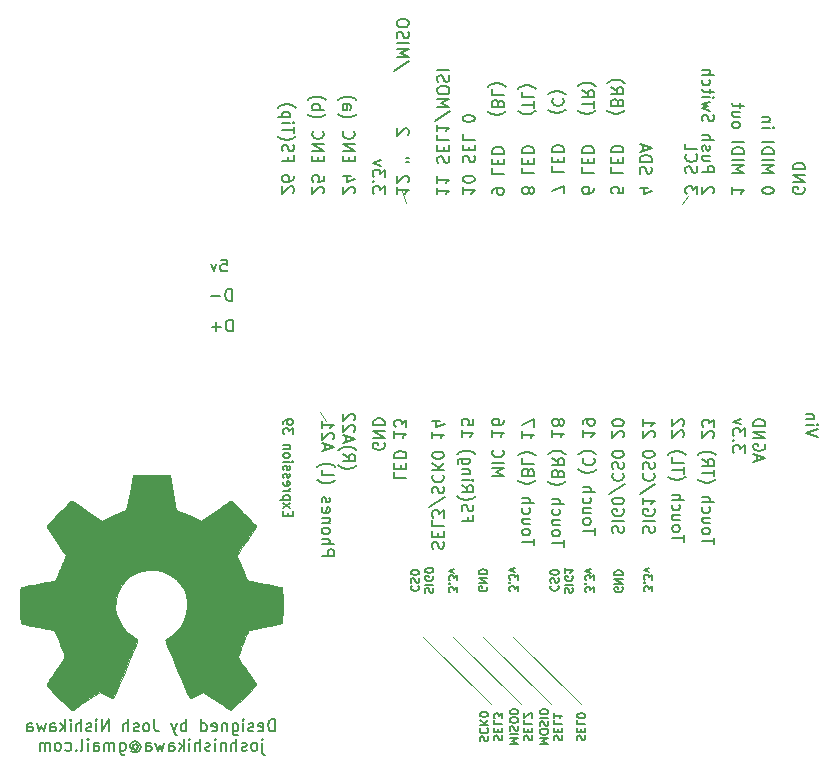
<source format=gbr>
G04 #@! TF.GenerationSoftware,KiCad,Pcbnew,(5.1.5)-3*
G04 #@! TF.CreationDate,2020-01-19T12:10:18+09:00*
G04 #@! TF.ProjectId,MOMI,4d4f4d49-2e6b-4696-9361-645f70636258,rev?*
G04 #@! TF.SameCoordinates,Original*
G04 #@! TF.FileFunction,Legend,Bot*
G04 #@! TF.FilePolarity,Positive*
%FSLAX46Y46*%
G04 Gerber Fmt 4.6, Leading zero omitted, Abs format (unit mm)*
G04 Created by KiCad (PCBNEW (5.1.5)-3) date 2020-01-19 12:10:18*
%MOMM*%
%LPD*%
G04 APERTURE LIST*
%ADD10C,0.150000*%
%ADD11C,0.120000*%
%ADD12C,0.010000*%
G04 APERTURE END LIST*
D10*
X123379666Y-146782500D02*
X123346333Y-146682500D01*
X123346333Y-146515833D01*
X123379666Y-146449166D01*
X123413000Y-146415833D01*
X123479666Y-146382500D01*
X123546333Y-146382500D01*
X123613000Y-146415833D01*
X123646333Y-146449166D01*
X123679666Y-146515833D01*
X123713000Y-146649166D01*
X123746333Y-146715833D01*
X123779666Y-146749166D01*
X123846333Y-146782500D01*
X123913000Y-146782500D01*
X123979666Y-146749166D01*
X124013000Y-146715833D01*
X124046333Y-146649166D01*
X124046333Y-146482500D01*
X124013000Y-146382500D01*
X123346333Y-146082500D02*
X124046333Y-146082500D01*
X124013000Y-145382500D02*
X124046333Y-145449166D01*
X124046333Y-145549166D01*
X124013000Y-145649166D01*
X123946333Y-145715833D01*
X123879666Y-145749166D01*
X123746333Y-145782500D01*
X123646333Y-145782500D01*
X123513000Y-145749166D01*
X123446333Y-145715833D01*
X123379666Y-145649166D01*
X123346333Y-145549166D01*
X123346333Y-145482500D01*
X123379666Y-145382500D01*
X123413000Y-145349166D01*
X123646333Y-145349166D01*
X123646333Y-145482500D01*
X124046333Y-144915833D02*
X124046333Y-144849166D01*
X124013000Y-144782500D01*
X123979666Y-144749166D01*
X123913000Y-144715833D01*
X123779666Y-144682500D01*
X123613000Y-144682500D01*
X123479666Y-144715833D01*
X123413000Y-144749166D01*
X123379666Y-144782500D01*
X123346333Y-144849166D01*
X123346333Y-144915833D01*
X123379666Y-144982500D01*
X123413000Y-145015833D01*
X123479666Y-145049166D01*
X123613000Y-145082500D01*
X123779666Y-145082500D01*
X123913000Y-145049166D01*
X123979666Y-145015833D01*
X124013000Y-144982500D01*
X124046333Y-144915833D01*
X122213000Y-146182500D02*
X122179666Y-146215833D01*
X122146333Y-146315833D01*
X122146333Y-146382500D01*
X122179666Y-146482500D01*
X122246333Y-146549166D01*
X122313000Y-146582500D01*
X122446333Y-146615833D01*
X122546333Y-146615833D01*
X122679666Y-146582500D01*
X122746333Y-146549166D01*
X122813000Y-146482500D01*
X122846333Y-146382500D01*
X122846333Y-146315833D01*
X122813000Y-146215833D01*
X122779666Y-146182500D01*
X122179666Y-145915833D02*
X122146333Y-145815833D01*
X122146333Y-145649166D01*
X122179666Y-145582500D01*
X122213000Y-145549166D01*
X122279666Y-145515833D01*
X122346333Y-145515833D01*
X122413000Y-145549166D01*
X122446333Y-145582500D01*
X122479666Y-145649166D01*
X122513000Y-145782500D01*
X122546333Y-145849166D01*
X122579666Y-145882500D01*
X122646333Y-145915833D01*
X122713000Y-145915833D01*
X122779666Y-145882500D01*
X122813000Y-145849166D01*
X122846333Y-145782500D01*
X122846333Y-145615833D01*
X122813000Y-145515833D01*
X122846333Y-145082500D02*
X122846333Y-145015833D01*
X122813000Y-144949166D01*
X122779666Y-144915833D01*
X122713000Y-144882500D01*
X122579666Y-144849166D01*
X122413000Y-144849166D01*
X122279666Y-144882500D01*
X122213000Y-144915833D01*
X122179666Y-144949166D01*
X122146333Y-145015833D01*
X122146333Y-145082500D01*
X122179666Y-145149166D01*
X122213000Y-145182500D01*
X122279666Y-145215833D01*
X122413000Y-145249166D01*
X122579666Y-145249166D01*
X122713000Y-145215833D01*
X122779666Y-145182500D01*
X122813000Y-145149166D01*
X122846333Y-145082500D01*
X126049833Y-146732500D02*
X126049833Y-146299166D01*
X125783166Y-146532500D01*
X125783166Y-146432500D01*
X125749833Y-146365833D01*
X125716500Y-146332500D01*
X125649833Y-146299166D01*
X125483166Y-146299166D01*
X125416500Y-146332500D01*
X125383166Y-146365833D01*
X125349833Y-146432500D01*
X125349833Y-146632500D01*
X125383166Y-146699166D01*
X125416500Y-146732500D01*
X125416500Y-145999166D02*
X125383166Y-145965833D01*
X125349833Y-145999166D01*
X125383166Y-146032500D01*
X125416500Y-145999166D01*
X125349833Y-145999166D01*
X126049833Y-145732500D02*
X126049833Y-145299166D01*
X125783166Y-145532500D01*
X125783166Y-145432500D01*
X125749833Y-145365833D01*
X125716500Y-145332500D01*
X125649833Y-145299166D01*
X125483166Y-145299166D01*
X125416500Y-145332500D01*
X125383166Y-145365833D01*
X125349833Y-145432500D01*
X125349833Y-145632500D01*
X125383166Y-145699166D01*
X125416500Y-145732500D01*
X125816500Y-145065833D02*
X125349833Y-144899166D01*
X125816500Y-144732500D01*
X128556500Y-146265833D02*
X128589833Y-146332500D01*
X128589833Y-146432500D01*
X128556500Y-146532500D01*
X128489833Y-146599166D01*
X128423166Y-146632500D01*
X128289833Y-146665833D01*
X128189833Y-146665833D01*
X128056500Y-146632500D01*
X127989833Y-146599166D01*
X127923166Y-146532500D01*
X127889833Y-146432500D01*
X127889833Y-146365833D01*
X127923166Y-146265833D01*
X127956500Y-146232500D01*
X128189833Y-146232500D01*
X128189833Y-146365833D01*
X127889833Y-145932500D02*
X128589833Y-145932500D01*
X127889833Y-145532500D01*
X128589833Y-145532500D01*
X127889833Y-145199166D02*
X128589833Y-145199166D01*
X128589833Y-145032500D01*
X128556500Y-144932500D01*
X128489833Y-144865833D01*
X128423166Y-144832500D01*
X128289833Y-144799166D01*
X128189833Y-144799166D01*
X128056500Y-144832500D01*
X127989833Y-144865833D01*
X127923166Y-144932500D01*
X127889833Y-145032500D01*
X127889833Y-145199166D01*
X131193333Y-146669000D02*
X131193333Y-146235666D01*
X130926666Y-146469000D01*
X130926666Y-146369000D01*
X130893333Y-146302333D01*
X130860000Y-146269000D01*
X130793333Y-146235666D01*
X130626666Y-146235666D01*
X130560000Y-146269000D01*
X130526666Y-146302333D01*
X130493333Y-146369000D01*
X130493333Y-146569000D01*
X130526666Y-146635666D01*
X130560000Y-146669000D01*
X130560000Y-145935666D02*
X130526666Y-145902333D01*
X130493333Y-145935666D01*
X130526666Y-145969000D01*
X130560000Y-145935666D01*
X130493333Y-145935666D01*
X131193333Y-145669000D02*
X131193333Y-145235666D01*
X130926666Y-145469000D01*
X130926666Y-145369000D01*
X130893333Y-145302333D01*
X130860000Y-145269000D01*
X130793333Y-145235666D01*
X130626666Y-145235666D01*
X130560000Y-145269000D01*
X130526666Y-145302333D01*
X130493333Y-145369000D01*
X130493333Y-145569000D01*
X130526666Y-145635666D01*
X130560000Y-145669000D01*
X130960000Y-145002333D02*
X130493333Y-144835666D01*
X130960000Y-144669000D01*
X142559833Y-146669000D02*
X142559833Y-146235666D01*
X142293166Y-146469000D01*
X142293166Y-146369000D01*
X142259833Y-146302333D01*
X142226500Y-146269000D01*
X142159833Y-146235666D01*
X141993166Y-146235666D01*
X141926500Y-146269000D01*
X141893166Y-146302333D01*
X141859833Y-146369000D01*
X141859833Y-146569000D01*
X141893166Y-146635666D01*
X141926500Y-146669000D01*
X141926500Y-145935666D02*
X141893166Y-145902333D01*
X141859833Y-145935666D01*
X141893166Y-145969000D01*
X141926500Y-145935666D01*
X141859833Y-145935666D01*
X142559833Y-145669000D02*
X142559833Y-145235666D01*
X142293166Y-145469000D01*
X142293166Y-145369000D01*
X142259833Y-145302333D01*
X142226500Y-145269000D01*
X142159833Y-145235666D01*
X141993166Y-145235666D01*
X141926500Y-145269000D01*
X141893166Y-145302333D01*
X141859833Y-145369000D01*
X141859833Y-145569000D01*
X141893166Y-145635666D01*
X141926500Y-145669000D01*
X142326500Y-145002333D02*
X141859833Y-144835666D01*
X142326500Y-144669000D01*
X140050000Y-146329333D02*
X140083333Y-146396000D01*
X140083333Y-146496000D01*
X140050000Y-146596000D01*
X139983333Y-146662666D01*
X139916666Y-146696000D01*
X139783333Y-146729333D01*
X139683333Y-146729333D01*
X139550000Y-146696000D01*
X139483333Y-146662666D01*
X139416666Y-146596000D01*
X139383333Y-146496000D01*
X139383333Y-146429333D01*
X139416666Y-146329333D01*
X139450000Y-146296000D01*
X139683333Y-146296000D01*
X139683333Y-146429333D01*
X139383333Y-145996000D02*
X140083333Y-145996000D01*
X139383333Y-145596000D01*
X140083333Y-145596000D01*
X139383333Y-145262666D02*
X140083333Y-145262666D01*
X140083333Y-145096000D01*
X140050000Y-144996000D01*
X139983333Y-144929333D01*
X139916666Y-144896000D01*
X139783333Y-144862666D01*
X139683333Y-144862666D01*
X139550000Y-144896000D01*
X139483333Y-144929333D01*
X139416666Y-144996000D01*
X139383333Y-145096000D01*
X139383333Y-145262666D01*
X137606833Y-146732500D02*
X137606833Y-146299166D01*
X137340166Y-146532500D01*
X137340166Y-146432500D01*
X137306833Y-146365833D01*
X137273500Y-146332500D01*
X137206833Y-146299166D01*
X137040166Y-146299166D01*
X136973500Y-146332500D01*
X136940166Y-146365833D01*
X136906833Y-146432500D01*
X136906833Y-146632500D01*
X136940166Y-146699166D01*
X136973500Y-146732500D01*
X136973500Y-145999166D02*
X136940166Y-145965833D01*
X136906833Y-145999166D01*
X136940166Y-146032500D01*
X136973500Y-145999166D01*
X136906833Y-145999166D01*
X137606833Y-145732500D02*
X137606833Y-145299166D01*
X137340166Y-145532500D01*
X137340166Y-145432500D01*
X137306833Y-145365833D01*
X137273500Y-145332500D01*
X137206833Y-145299166D01*
X137040166Y-145299166D01*
X136973500Y-145332500D01*
X136940166Y-145365833D01*
X136906833Y-145432500D01*
X136906833Y-145632500D01*
X136940166Y-145699166D01*
X136973500Y-145732500D01*
X137373500Y-145065833D02*
X136906833Y-144899166D01*
X137373500Y-144732500D01*
X135190666Y-146782500D02*
X135157333Y-146682500D01*
X135157333Y-146515833D01*
X135190666Y-146449166D01*
X135224000Y-146415833D01*
X135290666Y-146382500D01*
X135357333Y-146382500D01*
X135424000Y-146415833D01*
X135457333Y-146449166D01*
X135490666Y-146515833D01*
X135524000Y-146649166D01*
X135557333Y-146715833D01*
X135590666Y-146749166D01*
X135657333Y-146782500D01*
X135724000Y-146782500D01*
X135790666Y-146749166D01*
X135824000Y-146715833D01*
X135857333Y-146649166D01*
X135857333Y-146482500D01*
X135824000Y-146382500D01*
X135157333Y-146082500D02*
X135857333Y-146082500D01*
X135824000Y-145382500D02*
X135857333Y-145449166D01*
X135857333Y-145549166D01*
X135824000Y-145649166D01*
X135757333Y-145715833D01*
X135690666Y-145749166D01*
X135557333Y-145782500D01*
X135457333Y-145782500D01*
X135324000Y-145749166D01*
X135257333Y-145715833D01*
X135190666Y-145649166D01*
X135157333Y-145549166D01*
X135157333Y-145482500D01*
X135190666Y-145382500D01*
X135224000Y-145349166D01*
X135457333Y-145349166D01*
X135457333Y-145482500D01*
X135157333Y-144682500D02*
X135157333Y-145082500D01*
X135157333Y-144882500D02*
X135857333Y-144882500D01*
X135757333Y-144949166D01*
X135690666Y-145015833D01*
X135657333Y-145082500D01*
X134024000Y-146182500D02*
X133990666Y-146215833D01*
X133957333Y-146315833D01*
X133957333Y-146382500D01*
X133990666Y-146482500D01*
X134057333Y-146549166D01*
X134124000Y-146582500D01*
X134257333Y-146615833D01*
X134357333Y-146615833D01*
X134490666Y-146582500D01*
X134557333Y-146549166D01*
X134624000Y-146482500D01*
X134657333Y-146382500D01*
X134657333Y-146315833D01*
X134624000Y-146215833D01*
X134590666Y-146182500D01*
X133990666Y-145915833D02*
X133957333Y-145815833D01*
X133957333Y-145649166D01*
X133990666Y-145582500D01*
X134024000Y-145549166D01*
X134090666Y-145515833D01*
X134157333Y-145515833D01*
X134224000Y-145549166D01*
X134257333Y-145582500D01*
X134290666Y-145649166D01*
X134324000Y-145782500D01*
X134357333Y-145849166D01*
X134390666Y-145882500D01*
X134457333Y-145915833D01*
X134524000Y-145915833D01*
X134590666Y-145882500D01*
X134624000Y-145849166D01*
X134657333Y-145782500D01*
X134657333Y-145615833D01*
X134624000Y-145515833D01*
X134657333Y-145082500D02*
X134657333Y-145015833D01*
X134624000Y-144949166D01*
X134590666Y-144915833D01*
X134524000Y-144882500D01*
X134390666Y-144849166D01*
X134224000Y-144849166D01*
X134090666Y-144882500D01*
X134024000Y-144915833D01*
X133990666Y-144949166D01*
X133957333Y-145015833D01*
X133957333Y-145082500D01*
X133990666Y-145149166D01*
X134024000Y-145182500D01*
X134090666Y-145215833D01*
X134224000Y-145249166D01*
X134390666Y-145249166D01*
X134524000Y-145215833D01*
X134590666Y-145182500D01*
X134624000Y-145149166D01*
X134657333Y-145082500D01*
X129221666Y-159248333D02*
X129188333Y-159148333D01*
X129188333Y-158981666D01*
X129221666Y-158915000D01*
X129255000Y-158881666D01*
X129321666Y-158848333D01*
X129388333Y-158848333D01*
X129455000Y-158881666D01*
X129488333Y-158915000D01*
X129521666Y-158981666D01*
X129555000Y-159115000D01*
X129588333Y-159181666D01*
X129621666Y-159215000D01*
X129688333Y-159248333D01*
X129755000Y-159248333D01*
X129821666Y-159215000D01*
X129855000Y-159181666D01*
X129888333Y-159115000D01*
X129888333Y-158948333D01*
X129855000Y-158848333D01*
X129555000Y-158548333D02*
X129555000Y-158315000D01*
X129188333Y-158215000D02*
X129188333Y-158548333D01*
X129888333Y-158548333D01*
X129888333Y-158215000D01*
X129188333Y-157581666D02*
X129188333Y-157915000D01*
X129888333Y-157915000D01*
X129888333Y-157415000D02*
X129888333Y-156981666D01*
X129621666Y-157215000D01*
X129621666Y-157115000D01*
X129588333Y-157048333D01*
X129555000Y-157015000D01*
X129488333Y-156981666D01*
X129321666Y-156981666D01*
X129255000Y-157015000D01*
X129221666Y-157048333D01*
X129188333Y-157115000D01*
X129188333Y-157315000D01*
X129221666Y-157381666D01*
X129255000Y-157415000D01*
X128021666Y-159348333D02*
X127988333Y-159248333D01*
X127988333Y-159081666D01*
X128021666Y-159015000D01*
X128055000Y-158981666D01*
X128121666Y-158948333D01*
X128188333Y-158948333D01*
X128255000Y-158981666D01*
X128288333Y-159015000D01*
X128321666Y-159081666D01*
X128355000Y-159215000D01*
X128388333Y-159281666D01*
X128421666Y-159315000D01*
X128488333Y-159348333D01*
X128555000Y-159348333D01*
X128621666Y-159315000D01*
X128655000Y-159281666D01*
X128688333Y-159215000D01*
X128688333Y-159048333D01*
X128655000Y-158948333D01*
X128055000Y-158248333D02*
X128021666Y-158281666D01*
X127988333Y-158381666D01*
X127988333Y-158448333D01*
X128021666Y-158548333D01*
X128088333Y-158615000D01*
X128155000Y-158648333D01*
X128288333Y-158681666D01*
X128388333Y-158681666D01*
X128521666Y-158648333D01*
X128588333Y-158615000D01*
X128655000Y-158548333D01*
X128688333Y-158448333D01*
X128688333Y-158381666D01*
X128655000Y-158281666D01*
X128621666Y-158248333D01*
X127988333Y-157948333D02*
X128688333Y-157948333D01*
X127988333Y-157548333D02*
X128388333Y-157848333D01*
X128688333Y-157548333D02*
X128288333Y-157948333D01*
X128688333Y-157115000D02*
X128688333Y-157048333D01*
X128655000Y-156981666D01*
X128621666Y-156948333D01*
X128555000Y-156915000D01*
X128421666Y-156881666D01*
X128255000Y-156881666D01*
X128121666Y-156915000D01*
X128055000Y-156948333D01*
X128021666Y-156981666D01*
X127988333Y-157048333D01*
X127988333Y-157115000D01*
X128021666Y-157181666D01*
X128055000Y-157215000D01*
X128121666Y-157248333D01*
X128255000Y-157281666D01*
X128421666Y-157281666D01*
X128555000Y-157248333D01*
X128621666Y-157215000D01*
X128655000Y-157181666D01*
X128688333Y-157115000D01*
D11*
X130810000Y-150495000D02*
X136525000Y-156210000D01*
X128270000Y-150495000D02*
X133985000Y-156210000D01*
X125730000Y-150495000D02*
X131445000Y-156210000D01*
X123190000Y-150495000D02*
X128905000Y-156210000D01*
D10*
X131761666Y-159248333D02*
X131728333Y-159148333D01*
X131728333Y-158981666D01*
X131761666Y-158915000D01*
X131795000Y-158881666D01*
X131861666Y-158848333D01*
X131928333Y-158848333D01*
X131995000Y-158881666D01*
X132028333Y-158915000D01*
X132061666Y-158981666D01*
X132095000Y-159115000D01*
X132128333Y-159181666D01*
X132161666Y-159215000D01*
X132228333Y-159248333D01*
X132295000Y-159248333D01*
X132361666Y-159215000D01*
X132395000Y-159181666D01*
X132428333Y-159115000D01*
X132428333Y-158948333D01*
X132395000Y-158848333D01*
X132095000Y-158548333D02*
X132095000Y-158315000D01*
X131728333Y-158215000D02*
X131728333Y-158548333D01*
X132428333Y-158548333D01*
X132428333Y-158215000D01*
X131728333Y-157581666D02*
X131728333Y-157915000D01*
X132428333Y-157915000D01*
X132361666Y-157381666D02*
X132395000Y-157348333D01*
X132428333Y-157281666D01*
X132428333Y-157115000D01*
X132395000Y-157048333D01*
X132361666Y-157015000D01*
X132295000Y-156981666D01*
X132228333Y-156981666D01*
X132128333Y-157015000D01*
X131728333Y-157415000D01*
X131728333Y-156981666D01*
X130528333Y-159548333D02*
X131228333Y-159548333D01*
X130728333Y-159315000D01*
X131228333Y-159081666D01*
X130528333Y-159081666D01*
X130528333Y-158748333D02*
X131228333Y-158748333D01*
X130561666Y-158448333D02*
X130528333Y-158348333D01*
X130528333Y-158181666D01*
X130561666Y-158115000D01*
X130595000Y-158081666D01*
X130661666Y-158048333D01*
X130728333Y-158048333D01*
X130795000Y-158081666D01*
X130828333Y-158115000D01*
X130861666Y-158181666D01*
X130895000Y-158315000D01*
X130928333Y-158381666D01*
X130961666Y-158415000D01*
X131028333Y-158448333D01*
X131095000Y-158448333D01*
X131161666Y-158415000D01*
X131195000Y-158381666D01*
X131228333Y-158315000D01*
X131228333Y-158148333D01*
X131195000Y-158048333D01*
X131228333Y-157615000D02*
X131228333Y-157481666D01*
X131195000Y-157415000D01*
X131128333Y-157348333D01*
X130995000Y-157315000D01*
X130761666Y-157315000D01*
X130628333Y-157348333D01*
X130561666Y-157415000D01*
X130528333Y-157481666D01*
X130528333Y-157615000D01*
X130561666Y-157681666D01*
X130628333Y-157748333D01*
X130761666Y-157781666D01*
X130995000Y-157781666D01*
X131128333Y-157748333D01*
X131195000Y-157681666D01*
X131228333Y-157615000D01*
X131228333Y-156881666D02*
X131228333Y-156815000D01*
X131195000Y-156748333D01*
X131161666Y-156715000D01*
X131095000Y-156681666D01*
X130961666Y-156648333D01*
X130795000Y-156648333D01*
X130661666Y-156681666D01*
X130595000Y-156715000D01*
X130561666Y-156748333D01*
X130528333Y-156815000D01*
X130528333Y-156881666D01*
X130561666Y-156948333D01*
X130595000Y-156981666D01*
X130661666Y-157015000D01*
X130795000Y-157048333D01*
X130961666Y-157048333D01*
X131095000Y-157015000D01*
X131161666Y-156981666D01*
X131195000Y-156948333D01*
X131228333Y-156881666D01*
X134301666Y-159248333D02*
X134268333Y-159148333D01*
X134268333Y-158981666D01*
X134301666Y-158915000D01*
X134335000Y-158881666D01*
X134401666Y-158848333D01*
X134468333Y-158848333D01*
X134535000Y-158881666D01*
X134568333Y-158915000D01*
X134601666Y-158981666D01*
X134635000Y-159115000D01*
X134668333Y-159181666D01*
X134701666Y-159215000D01*
X134768333Y-159248333D01*
X134835000Y-159248333D01*
X134901666Y-159215000D01*
X134935000Y-159181666D01*
X134968333Y-159115000D01*
X134968333Y-158948333D01*
X134935000Y-158848333D01*
X134635000Y-158548333D02*
X134635000Y-158315000D01*
X134268333Y-158215000D02*
X134268333Y-158548333D01*
X134968333Y-158548333D01*
X134968333Y-158215000D01*
X134268333Y-157581666D02*
X134268333Y-157915000D01*
X134968333Y-157915000D01*
X134268333Y-156981666D02*
X134268333Y-157381666D01*
X134268333Y-157181666D02*
X134968333Y-157181666D01*
X134868333Y-157248333D01*
X134801666Y-157315000D01*
X134768333Y-157381666D01*
X133068333Y-159548333D02*
X133768333Y-159548333D01*
X133268333Y-159315000D01*
X133768333Y-159081666D01*
X133068333Y-159081666D01*
X133768333Y-158615000D02*
X133768333Y-158481666D01*
X133735000Y-158415000D01*
X133668333Y-158348333D01*
X133535000Y-158315000D01*
X133301666Y-158315000D01*
X133168333Y-158348333D01*
X133101666Y-158415000D01*
X133068333Y-158481666D01*
X133068333Y-158615000D01*
X133101666Y-158681666D01*
X133168333Y-158748333D01*
X133301666Y-158781666D01*
X133535000Y-158781666D01*
X133668333Y-158748333D01*
X133735000Y-158681666D01*
X133768333Y-158615000D01*
X133101666Y-158048333D02*
X133068333Y-157948333D01*
X133068333Y-157781666D01*
X133101666Y-157715000D01*
X133135000Y-157681666D01*
X133201666Y-157648333D01*
X133268333Y-157648333D01*
X133335000Y-157681666D01*
X133368333Y-157715000D01*
X133401666Y-157781666D01*
X133435000Y-157915000D01*
X133468333Y-157981666D01*
X133501666Y-158015000D01*
X133568333Y-158048333D01*
X133635000Y-158048333D01*
X133701666Y-158015000D01*
X133735000Y-157981666D01*
X133768333Y-157915000D01*
X133768333Y-157748333D01*
X133735000Y-157648333D01*
X133068333Y-157348333D02*
X133768333Y-157348333D01*
X133768333Y-156881666D02*
X133768333Y-156815000D01*
X133735000Y-156748333D01*
X133701666Y-156715000D01*
X133635000Y-156681666D01*
X133501666Y-156648333D01*
X133335000Y-156648333D01*
X133201666Y-156681666D01*
X133135000Y-156715000D01*
X133101666Y-156748333D01*
X133068333Y-156815000D01*
X133068333Y-156881666D01*
X133101666Y-156948333D01*
X133135000Y-156981666D01*
X133201666Y-157015000D01*
X133335000Y-157048333D01*
X133501666Y-157048333D01*
X133635000Y-157015000D01*
X133701666Y-156981666D01*
X133735000Y-156948333D01*
X133768333Y-156881666D01*
X136241666Y-159248333D02*
X136208333Y-159148333D01*
X136208333Y-158981666D01*
X136241666Y-158915000D01*
X136275000Y-158881666D01*
X136341666Y-158848333D01*
X136408333Y-158848333D01*
X136475000Y-158881666D01*
X136508333Y-158915000D01*
X136541666Y-158981666D01*
X136575000Y-159115000D01*
X136608333Y-159181666D01*
X136641666Y-159215000D01*
X136708333Y-159248333D01*
X136775000Y-159248333D01*
X136841666Y-159215000D01*
X136875000Y-159181666D01*
X136908333Y-159115000D01*
X136908333Y-158948333D01*
X136875000Y-158848333D01*
X136575000Y-158548333D02*
X136575000Y-158315000D01*
X136208333Y-158215000D02*
X136208333Y-158548333D01*
X136908333Y-158548333D01*
X136908333Y-158215000D01*
X136208333Y-157581666D02*
X136208333Y-157915000D01*
X136908333Y-157915000D01*
X136908333Y-157215000D02*
X136908333Y-157148333D01*
X136875000Y-157081666D01*
X136841666Y-157048333D01*
X136775000Y-157015000D01*
X136641666Y-156981666D01*
X136475000Y-156981666D01*
X136341666Y-157015000D01*
X136275000Y-157048333D01*
X136241666Y-157081666D01*
X136208333Y-157148333D01*
X136208333Y-157215000D01*
X136241666Y-157281666D01*
X136275000Y-157315000D01*
X136341666Y-157348333D01*
X136475000Y-157381666D01*
X136641666Y-157381666D01*
X136775000Y-157348333D01*
X136841666Y-157315000D01*
X136875000Y-157281666D01*
X136908333Y-157215000D01*
X107052952Y-124658380D02*
X107052952Y-123658380D01*
X106814857Y-123658380D01*
X106672000Y-123706000D01*
X106576761Y-123801238D01*
X106529142Y-123896476D01*
X106481523Y-124086952D01*
X106481523Y-124229809D01*
X106529142Y-124420285D01*
X106576761Y-124515523D01*
X106672000Y-124610761D01*
X106814857Y-124658380D01*
X107052952Y-124658380D01*
X106052952Y-124277428D02*
X105291047Y-124277428D01*
X105672000Y-124658380D02*
X105672000Y-123896476D01*
X106989452Y-122054880D02*
X106989452Y-121054880D01*
X106751357Y-121054880D01*
X106608500Y-121102500D01*
X106513261Y-121197738D01*
X106465642Y-121292976D01*
X106418023Y-121483452D01*
X106418023Y-121626309D01*
X106465642Y-121816785D01*
X106513261Y-121912023D01*
X106608500Y-122007261D01*
X106751357Y-122054880D01*
X106989452Y-122054880D01*
X105989452Y-121673928D02*
X105227547Y-121673928D01*
X106060857Y-118578380D02*
X106537047Y-118578380D01*
X106584666Y-119054571D01*
X106537047Y-119006952D01*
X106441809Y-118959333D01*
X106203714Y-118959333D01*
X106108476Y-119006952D01*
X106060857Y-119054571D01*
X106013238Y-119149809D01*
X106013238Y-119387904D01*
X106060857Y-119483142D01*
X106108476Y-119530761D01*
X106203714Y-119578380D01*
X106441809Y-119578380D01*
X106537047Y-119530761D01*
X106584666Y-119483142D01*
X105679904Y-118911714D02*
X105441809Y-119578380D01*
X105203714Y-118911714D01*
X110615690Y-158504380D02*
X110615690Y-157504380D01*
X110377595Y-157504380D01*
X110234738Y-157552000D01*
X110139500Y-157647238D01*
X110091880Y-157742476D01*
X110044261Y-157932952D01*
X110044261Y-158075809D01*
X110091880Y-158266285D01*
X110139500Y-158361523D01*
X110234738Y-158456761D01*
X110377595Y-158504380D01*
X110615690Y-158504380D01*
X109234738Y-158456761D02*
X109329976Y-158504380D01*
X109520452Y-158504380D01*
X109615690Y-158456761D01*
X109663309Y-158361523D01*
X109663309Y-157980571D01*
X109615690Y-157885333D01*
X109520452Y-157837714D01*
X109329976Y-157837714D01*
X109234738Y-157885333D01*
X109187119Y-157980571D01*
X109187119Y-158075809D01*
X109663309Y-158171047D01*
X108806166Y-158456761D02*
X108710928Y-158504380D01*
X108520452Y-158504380D01*
X108425214Y-158456761D01*
X108377595Y-158361523D01*
X108377595Y-158313904D01*
X108425214Y-158218666D01*
X108520452Y-158171047D01*
X108663309Y-158171047D01*
X108758547Y-158123428D01*
X108806166Y-158028190D01*
X108806166Y-157980571D01*
X108758547Y-157885333D01*
X108663309Y-157837714D01*
X108520452Y-157837714D01*
X108425214Y-157885333D01*
X107949023Y-158504380D02*
X107949023Y-157837714D01*
X107949023Y-157504380D02*
X107996642Y-157552000D01*
X107949023Y-157599619D01*
X107901404Y-157552000D01*
X107949023Y-157504380D01*
X107949023Y-157599619D01*
X107044261Y-157837714D02*
X107044261Y-158647238D01*
X107091880Y-158742476D01*
X107139500Y-158790095D01*
X107234738Y-158837714D01*
X107377595Y-158837714D01*
X107472833Y-158790095D01*
X107044261Y-158456761D02*
X107139500Y-158504380D01*
X107329976Y-158504380D01*
X107425214Y-158456761D01*
X107472833Y-158409142D01*
X107520452Y-158313904D01*
X107520452Y-158028190D01*
X107472833Y-157932952D01*
X107425214Y-157885333D01*
X107329976Y-157837714D01*
X107139500Y-157837714D01*
X107044261Y-157885333D01*
X106568071Y-157837714D02*
X106568071Y-158504380D01*
X106568071Y-157932952D02*
X106520452Y-157885333D01*
X106425214Y-157837714D01*
X106282357Y-157837714D01*
X106187119Y-157885333D01*
X106139500Y-157980571D01*
X106139500Y-158504380D01*
X105282357Y-158456761D02*
X105377595Y-158504380D01*
X105568071Y-158504380D01*
X105663309Y-158456761D01*
X105710928Y-158361523D01*
X105710928Y-157980571D01*
X105663309Y-157885333D01*
X105568071Y-157837714D01*
X105377595Y-157837714D01*
X105282357Y-157885333D01*
X105234738Y-157980571D01*
X105234738Y-158075809D01*
X105710928Y-158171047D01*
X104377595Y-158504380D02*
X104377595Y-157504380D01*
X104377595Y-158456761D02*
X104472833Y-158504380D01*
X104663309Y-158504380D01*
X104758547Y-158456761D01*
X104806166Y-158409142D01*
X104853785Y-158313904D01*
X104853785Y-158028190D01*
X104806166Y-157932952D01*
X104758547Y-157885333D01*
X104663309Y-157837714D01*
X104472833Y-157837714D01*
X104377595Y-157885333D01*
X103139500Y-158504380D02*
X103139500Y-157504380D01*
X103139500Y-157885333D02*
X103044261Y-157837714D01*
X102853785Y-157837714D01*
X102758547Y-157885333D01*
X102710928Y-157932952D01*
X102663309Y-158028190D01*
X102663309Y-158313904D01*
X102710928Y-158409142D01*
X102758547Y-158456761D01*
X102853785Y-158504380D01*
X103044261Y-158504380D01*
X103139500Y-158456761D01*
X102329976Y-157837714D02*
X102091880Y-158504380D01*
X101853785Y-157837714D02*
X102091880Y-158504380D01*
X102187119Y-158742476D01*
X102234738Y-158790095D01*
X102329976Y-158837714D01*
X100425214Y-157504380D02*
X100425214Y-158218666D01*
X100472833Y-158361523D01*
X100568071Y-158456761D01*
X100710928Y-158504380D01*
X100806166Y-158504380D01*
X99806166Y-158504380D02*
X99901404Y-158456761D01*
X99949023Y-158409142D01*
X99996642Y-158313904D01*
X99996642Y-158028190D01*
X99949023Y-157932952D01*
X99901404Y-157885333D01*
X99806166Y-157837714D01*
X99663309Y-157837714D01*
X99568071Y-157885333D01*
X99520452Y-157932952D01*
X99472833Y-158028190D01*
X99472833Y-158313904D01*
X99520452Y-158409142D01*
X99568071Y-158456761D01*
X99663309Y-158504380D01*
X99806166Y-158504380D01*
X99091880Y-158456761D02*
X98996642Y-158504380D01*
X98806166Y-158504380D01*
X98710928Y-158456761D01*
X98663309Y-158361523D01*
X98663309Y-158313904D01*
X98710928Y-158218666D01*
X98806166Y-158171047D01*
X98949023Y-158171047D01*
X99044261Y-158123428D01*
X99091880Y-158028190D01*
X99091880Y-157980571D01*
X99044261Y-157885333D01*
X98949023Y-157837714D01*
X98806166Y-157837714D01*
X98710928Y-157885333D01*
X98234738Y-158504380D02*
X98234738Y-157504380D01*
X97806166Y-158504380D02*
X97806166Y-157980571D01*
X97853785Y-157885333D01*
X97949023Y-157837714D01*
X98091880Y-157837714D01*
X98187119Y-157885333D01*
X98234738Y-157932952D01*
X96568071Y-158504380D02*
X96568071Y-157504380D01*
X95996642Y-158504380D01*
X95996642Y-157504380D01*
X95520452Y-158504380D02*
X95520452Y-157837714D01*
X95520452Y-157504380D02*
X95568071Y-157552000D01*
X95520452Y-157599619D01*
X95472833Y-157552000D01*
X95520452Y-157504380D01*
X95520452Y-157599619D01*
X95091880Y-158456761D02*
X94996642Y-158504380D01*
X94806166Y-158504380D01*
X94710928Y-158456761D01*
X94663309Y-158361523D01*
X94663309Y-158313904D01*
X94710928Y-158218666D01*
X94806166Y-158171047D01*
X94949023Y-158171047D01*
X95044261Y-158123428D01*
X95091880Y-158028190D01*
X95091880Y-157980571D01*
X95044261Y-157885333D01*
X94949023Y-157837714D01*
X94806166Y-157837714D01*
X94710928Y-157885333D01*
X94234738Y-158504380D02*
X94234738Y-157504380D01*
X93806166Y-158504380D02*
X93806166Y-157980571D01*
X93853785Y-157885333D01*
X93949023Y-157837714D01*
X94091880Y-157837714D01*
X94187119Y-157885333D01*
X94234738Y-157932952D01*
X93329976Y-158504380D02*
X93329976Y-157837714D01*
X93329976Y-157504380D02*
X93377595Y-157552000D01*
X93329976Y-157599619D01*
X93282357Y-157552000D01*
X93329976Y-157504380D01*
X93329976Y-157599619D01*
X92853785Y-158504380D02*
X92853785Y-157504380D01*
X92758547Y-158123428D02*
X92472833Y-158504380D01*
X92472833Y-157837714D02*
X92853785Y-158218666D01*
X91615690Y-158504380D02*
X91615690Y-157980571D01*
X91663309Y-157885333D01*
X91758547Y-157837714D01*
X91949023Y-157837714D01*
X92044261Y-157885333D01*
X91615690Y-158456761D02*
X91710928Y-158504380D01*
X91949023Y-158504380D01*
X92044261Y-158456761D01*
X92091880Y-158361523D01*
X92091880Y-158266285D01*
X92044261Y-158171047D01*
X91949023Y-158123428D01*
X91710928Y-158123428D01*
X91615690Y-158075809D01*
X91234738Y-157837714D02*
X91044261Y-158504380D01*
X90853785Y-158028190D01*
X90663309Y-158504380D01*
X90472833Y-157837714D01*
X89663309Y-158504380D02*
X89663309Y-157980571D01*
X89710928Y-157885333D01*
X89806166Y-157837714D01*
X89996642Y-157837714D01*
X90091880Y-157885333D01*
X89663309Y-158456761D02*
X89758547Y-158504380D01*
X89996642Y-158504380D01*
X90091880Y-158456761D01*
X90139500Y-158361523D01*
X90139500Y-158266285D01*
X90091880Y-158171047D01*
X89996642Y-158123428D01*
X89758547Y-158123428D01*
X89663309Y-158075809D01*
X109568071Y-159487714D02*
X109568071Y-160344857D01*
X109615690Y-160440095D01*
X109710928Y-160487714D01*
X109758547Y-160487714D01*
X109568071Y-159154380D02*
X109615690Y-159202000D01*
X109568071Y-159249619D01*
X109520452Y-159202000D01*
X109568071Y-159154380D01*
X109568071Y-159249619D01*
X108949023Y-160154380D02*
X109044261Y-160106761D01*
X109091880Y-160059142D01*
X109139500Y-159963904D01*
X109139500Y-159678190D01*
X109091880Y-159582952D01*
X109044261Y-159535333D01*
X108949023Y-159487714D01*
X108806166Y-159487714D01*
X108710928Y-159535333D01*
X108663309Y-159582952D01*
X108615690Y-159678190D01*
X108615690Y-159963904D01*
X108663309Y-160059142D01*
X108710928Y-160106761D01*
X108806166Y-160154380D01*
X108949023Y-160154380D01*
X108234738Y-160106761D02*
X108139500Y-160154380D01*
X107949023Y-160154380D01*
X107853785Y-160106761D01*
X107806166Y-160011523D01*
X107806166Y-159963904D01*
X107853785Y-159868666D01*
X107949023Y-159821047D01*
X108091880Y-159821047D01*
X108187119Y-159773428D01*
X108234738Y-159678190D01*
X108234738Y-159630571D01*
X108187119Y-159535333D01*
X108091880Y-159487714D01*
X107949023Y-159487714D01*
X107853785Y-159535333D01*
X107377595Y-160154380D02*
X107377595Y-159154380D01*
X106949023Y-160154380D02*
X106949023Y-159630571D01*
X106996642Y-159535333D01*
X107091880Y-159487714D01*
X107234738Y-159487714D01*
X107329976Y-159535333D01*
X107377595Y-159582952D01*
X106472833Y-159487714D02*
X106472833Y-160154380D01*
X106472833Y-159582952D02*
X106425214Y-159535333D01*
X106329976Y-159487714D01*
X106187119Y-159487714D01*
X106091880Y-159535333D01*
X106044261Y-159630571D01*
X106044261Y-160154380D01*
X105568071Y-160154380D02*
X105568071Y-159487714D01*
X105568071Y-159154380D02*
X105615690Y-159202000D01*
X105568071Y-159249619D01*
X105520452Y-159202000D01*
X105568071Y-159154380D01*
X105568071Y-159249619D01*
X105139500Y-160106761D02*
X105044261Y-160154380D01*
X104853785Y-160154380D01*
X104758547Y-160106761D01*
X104710928Y-160011523D01*
X104710928Y-159963904D01*
X104758547Y-159868666D01*
X104853785Y-159821047D01*
X104996642Y-159821047D01*
X105091880Y-159773428D01*
X105139500Y-159678190D01*
X105139500Y-159630571D01*
X105091880Y-159535333D01*
X104996642Y-159487714D01*
X104853785Y-159487714D01*
X104758547Y-159535333D01*
X104282357Y-160154380D02*
X104282357Y-159154380D01*
X103853785Y-160154380D02*
X103853785Y-159630571D01*
X103901404Y-159535333D01*
X103996642Y-159487714D01*
X104139500Y-159487714D01*
X104234738Y-159535333D01*
X104282357Y-159582952D01*
X103377595Y-160154380D02*
X103377595Y-159487714D01*
X103377595Y-159154380D02*
X103425214Y-159202000D01*
X103377595Y-159249619D01*
X103329976Y-159202000D01*
X103377595Y-159154380D01*
X103377595Y-159249619D01*
X102901404Y-160154380D02*
X102901404Y-159154380D01*
X102806166Y-159773428D02*
X102520452Y-160154380D01*
X102520452Y-159487714D02*
X102901404Y-159868666D01*
X101663309Y-160154380D02*
X101663309Y-159630571D01*
X101710928Y-159535333D01*
X101806166Y-159487714D01*
X101996642Y-159487714D01*
X102091880Y-159535333D01*
X101663309Y-160106761D02*
X101758547Y-160154380D01*
X101996642Y-160154380D01*
X102091880Y-160106761D01*
X102139500Y-160011523D01*
X102139500Y-159916285D01*
X102091880Y-159821047D01*
X101996642Y-159773428D01*
X101758547Y-159773428D01*
X101663309Y-159725809D01*
X101282357Y-159487714D02*
X101091880Y-160154380D01*
X100901404Y-159678190D01*
X100710928Y-160154380D01*
X100520452Y-159487714D01*
X99710928Y-160154380D02*
X99710928Y-159630571D01*
X99758547Y-159535333D01*
X99853785Y-159487714D01*
X100044261Y-159487714D01*
X100139500Y-159535333D01*
X99710928Y-160106761D02*
X99806166Y-160154380D01*
X100044261Y-160154380D01*
X100139500Y-160106761D01*
X100187119Y-160011523D01*
X100187119Y-159916285D01*
X100139500Y-159821047D01*
X100044261Y-159773428D01*
X99806166Y-159773428D01*
X99710928Y-159725809D01*
X98615690Y-159678190D02*
X98663309Y-159630571D01*
X98758547Y-159582952D01*
X98853785Y-159582952D01*
X98949023Y-159630571D01*
X98996642Y-159678190D01*
X99044261Y-159773428D01*
X99044261Y-159868666D01*
X98996642Y-159963904D01*
X98949023Y-160011523D01*
X98853785Y-160059142D01*
X98758547Y-160059142D01*
X98663309Y-160011523D01*
X98615690Y-159963904D01*
X98615690Y-159582952D02*
X98615690Y-159963904D01*
X98568071Y-160011523D01*
X98520452Y-160011523D01*
X98425214Y-159963904D01*
X98377595Y-159868666D01*
X98377595Y-159630571D01*
X98472833Y-159487714D01*
X98615690Y-159392476D01*
X98806166Y-159344857D01*
X98996642Y-159392476D01*
X99139500Y-159487714D01*
X99234738Y-159630571D01*
X99282357Y-159821047D01*
X99234738Y-160011523D01*
X99139500Y-160154380D01*
X98996642Y-160249619D01*
X98806166Y-160297238D01*
X98615690Y-160249619D01*
X98472833Y-160154380D01*
X97520452Y-159487714D02*
X97520452Y-160297238D01*
X97568071Y-160392476D01*
X97615690Y-160440095D01*
X97710928Y-160487714D01*
X97853785Y-160487714D01*
X97949023Y-160440095D01*
X97520452Y-160106761D02*
X97615690Y-160154380D01*
X97806166Y-160154380D01*
X97901404Y-160106761D01*
X97949023Y-160059142D01*
X97996642Y-159963904D01*
X97996642Y-159678190D01*
X97949023Y-159582952D01*
X97901404Y-159535333D01*
X97806166Y-159487714D01*
X97615690Y-159487714D01*
X97520452Y-159535333D01*
X97044261Y-160154380D02*
X97044261Y-159487714D01*
X97044261Y-159582952D02*
X96996642Y-159535333D01*
X96901404Y-159487714D01*
X96758547Y-159487714D01*
X96663309Y-159535333D01*
X96615690Y-159630571D01*
X96615690Y-160154380D01*
X96615690Y-159630571D02*
X96568071Y-159535333D01*
X96472833Y-159487714D01*
X96329976Y-159487714D01*
X96234738Y-159535333D01*
X96187119Y-159630571D01*
X96187119Y-160154380D01*
X95282357Y-160154380D02*
X95282357Y-159630571D01*
X95329976Y-159535333D01*
X95425214Y-159487714D01*
X95615690Y-159487714D01*
X95710928Y-159535333D01*
X95282357Y-160106761D02*
X95377595Y-160154380D01*
X95615690Y-160154380D01*
X95710928Y-160106761D01*
X95758547Y-160011523D01*
X95758547Y-159916285D01*
X95710928Y-159821047D01*
X95615690Y-159773428D01*
X95377595Y-159773428D01*
X95282357Y-159725809D01*
X94806166Y-160154380D02*
X94806166Y-159487714D01*
X94806166Y-159154380D02*
X94853785Y-159202000D01*
X94806166Y-159249619D01*
X94758547Y-159202000D01*
X94806166Y-159154380D01*
X94806166Y-159249619D01*
X94187119Y-160154380D02*
X94282357Y-160106761D01*
X94329976Y-160011523D01*
X94329976Y-159154380D01*
X93806166Y-160059142D02*
X93758547Y-160106761D01*
X93806166Y-160154380D01*
X93853785Y-160106761D01*
X93806166Y-160059142D01*
X93806166Y-160154380D01*
X92901404Y-160106761D02*
X92996642Y-160154380D01*
X93187119Y-160154380D01*
X93282357Y-160106761D01*
X93329976Y-160059142D01*
X93377595Y-159963904D01*
X93377595Y-159678190D01*
X93329976Y-159582952D01*
X93282357Y-159535333D01*
X93187119Y-159487714D01*
X92996642Y-159487714D01*
X92901404Y-159535333D01*
X92329976Y-160154380D02*
X92425214Y-160106761D01*
X92472833Y-160059142D01*
X92520452Y-159963904D01*
X92520452Y-159678190D01*
X92472833Y-159582952D01*
X92425214Y-159535333D01*
X92329976Y-159487714D01*
X92187119Y-159487714D01*
X92091880Y-159535333D01*
X92044261Y-159582952D01*
X91996642Y-159678190D01*
X91996642Y-159963904D01*
X92044261Y-160059142D01*
X92091880Y-160106761D01*
X92187119Y-160154380D01*
X92329976Y-160154380D01*
X91568071Y-160154380D02*
X91568071Y-159487714D01*
X91568071Y-159582952D02*
X91520452Y-159535333D01*
X91425214Y-159487714D01*
X91282357Y-159487714D01*
X91187119Y-159535333D01*
X91139500Y-159630571D01*
X91139500Y-160154380D01*
X91139500Y-159630571D02*
X91091880Y-159535333D01*
X90996642Y-159487714D01*
X90853785Y-159487714D01*
X90758547Y-159535333D01*
X90710928Y-159630571D01*
X90710928Y-160154380D01*
X151420533Y-135619904D02*
X151420533Y-135143714D01*
X151134819Y-135715142D02*
X152134819Y-135381809D01*
X151134819Y-135048476D01*
X152087200Y-134191333D02*
X152134819Y-134286571D01*
X152134819Y-134429428D01*
X152087200Y-134572285D01*
X151991961Y-134667523D01*
X151896723Y-134715142D01*
X151706247Y-134762761D01*
X151563390Y-134762761D01*
X151372914Y-134715142D01*
X151277676Y-134667523D01*
X151182438Y-134572285D01*
X151134819Y-134429428D01*
X151134819Y-134334190D01*
X151182438Y-134191333D01*
X151230057Y-134143714D01*
X151563390Y-134143714D01*
X151563390Y-134334190D01*
X151134819Y-133715142D02*
X152134819Y-133715142D01*
X151134819Y-133143714D01*
X152134819Y-133143714D01*
X151134819Y-132667523D02*
X152134819Y-132667523D01*
X152134819Y-132429428D01*
X152087200Y-132286571D01*
X151991961Y-132191333D01*
X151896723Y-132143714D01*
X151706247Y-132096095D01*
X151563390Y-132096095D01*
X151372914Y-132143714D01*
X151277676Y-132191333D01*
X151182438Y-132286571D01*
X151134819Y-132429428D01*
X151134819Y-132667523D01*
D11*
X121361200Y-112776000D02*
X121767600Y-113792000D01*
X145605500Y-113220500D02*
X145097500Y-113855500D01*
X114427000Y-131445000D02*
X114998500Y-132270500D01*
D10*
X116006666Y-135983409D02*
X116054285Y-136031028D01*
X116197142Y-136126266D01*
X116292380Y-136173885D01*
X116435238Y-136221504D01*
X116673333Y-136269123D01*
X116863809Y-136269123D01*
X117101904Y-136221504D01*
X117244761Y-136173885D01*
X117340000Y-136126266D01*
X117482857Y-136031028D01*
X117530476Y-135983409D01*
X116387619Y-135031028D02*
X116863809Y-135364361D01*
X116387619Y-135602457D02*
X117387619Y-135602457D01*
X117387619Y-135221504D01*
X117340000Y-135126266D01*
X117292380Y-135078647D01*
X117197142Y-135031028D01*
X117054285Y-135031028D01*
X116959047Y-135078647D01*
X116911428Y-135126266D01*
X116863809Y-135221504D01*
X116863809Y-135602457D01*
X116006666Y-134697695D02*
X116054285Y-134650076D01*
X116197142Y-134554838D01*
X116292380Y-134507219D01*
X116435238Y-134459600D01*
X116673333Y-134411980D01*
X116863809Y-134411980D01*
X117101904Y-134459600D01*
X117244761Y-134507219D01*
X117340000Y-134554838D01*
X117482857Y-134650076D01*
X117530476Y-134697695D01*
X116673333Y-133983409D02*
X116673333Y-133507219D01*
X116387619Y-134078647D02*
X117387619Y-133745314D01*
X116387619Y-133411980D01*
X117292380Y-133126266D02*
X117340000Y-133078647D01*
X117387619Y-132983409D01*
X117387619Y-132745314D01*
X117340000Y-132650076D01*
X117292380Y-132602457D01*
X117197142Y-132554838D01*
X117101904Y-132554838D01*
X116959047Y-132602457D01*
X116387619Y-133173885D01*
X116387619Y-132554838D01*
X117292380Y-132173885D02*
X117340000Y-132126266D01*
X117387619Y-132031028D01*
X117387619Y-131792933D01*
X117340000Y-131697695D01*
X117292380Y-131650076D01*
X117197142Y-131602457D01*
X117101904Y-131602457D01*
X116959047Y-131650076D01*
X116387619Y-132221504D01*
X116387619Y-131602457D01*
X114609619Y-143652166D02*
X115609619Y-143652166D01*
X115609619Y-143271214D01*
X115562000Y-143175976D01*
X115514380Y-143128357D01*
X115419142Y-143080738D01*
X115276285Y-143080738D01*
X115181047Y-143128357D01*
X115133428Y-143175976D01*
X115085809Y-143271214D01*
X115085809Y-143652166D01*
X114609619Y-142652166D02*
X115609619Y-142652166D01*
X114609619Y-142223595D02*
X115133428Y-142223595D01*
X115228666Y-142271214D01*
X115276285Y-142366452D01*
X115276285Y-142509309D01*
X115228666Y-142604547D01*
X115181047Y-142652166D01*
X114609619Y-141604547D02*
X114657238Y-141699785D01*
X114704857Y-141747404D01*
X114800095Y-141795023D01*
X115085809Y-141795023D01*
X115181047Y-141747404D01*
X115228666Y-141699785D01*
X115276285Y-141604547D01*
X115276285Y-141461690D01*
X115228666Y-141366452D01*
X115181047Y-141318833D01*
X115085809Y-141271214D01*
X114800095Y-141271214D01*
X114704857Y-141318833D01*
X114657238Y-141366452D01*
X114609619Y-141461690D01*
X114609619Y-141604547D01*
X115276285Y-140842642D02*
X114609619Y-140842642D01*
X115181047Y-140842642D02*
X115228666Y-140795023D01*
X115276285Y-140699785D01*
X115276285Y-140556928D01*
X115228666Y-140461690D01*
X115133428Y-140414071D01*
X114609619Y-140414071D01*
X114657238Y-139556928D02*
X114609619Y-139652166D01*
X114609619Y-139842642D01*
X114657238Y-139937880D01*
X114752476Y-139985500D01*
X115133428Y-139985500D01*
X115228666Y-139937880D01*
X115276285Y-139842642D01*
X115276285Y-139652166D01*
X115228666Y-139556928D01*
X115133428Y-139509309D01*
X115038190Y-139509309D01*
X114942952Y-139985500D01*
X114657238Y-139128357D02*
X114609619Y-139033119D01*
X114609619Y-138842642D01*
X114657238Y-138747404D01*
X114752476Y-138699785D01*
X114800095Y-138699785D01*
X114895333Y-138747404D01*
X114942952Y-138842642D01*
X114942952Y-138985500D01*
X114990571Y-139080738D01*
X115085809Y-139128357D01*
X115133428Y-139128357D01*
X115228666Y-139080738D01*
X115276285Y-138985500D01*
X115276285Y-138842642D01*
X115228666Y-138747404D01*
X114228666Y-137223595D02*
X114276285Y-137271214D01*
X114419142Y-137366452D01*
X114514380Y-137414071D01*
X114657238Y-137461690D01*
X114895333Y-137509309D01*
X115085809Y-137509309D01*
X115323904Y-137461690D01*
X115466761Y-137414071D01*
X115562000Y-137366452D01*
X115704857Y-137271214D01*
X115752476Y-137223595D01*
X114609619Y-136366452D02*
X114609619Y-136842642D01*
X115609619Y-136842642D01*
X114228666Y-136128357D02*
X114276285Y-136080738D01*
X114419142Y-135985500D01*
X114514380Y-135937880D01*
X114657238Y-135890261D01*
X114895333Y-135842642D01*
X115085809Y-135842642D01*
X115323904Y-135890261D01*
X115466761Y-135937880D01*
X115562000Y-135985500D01*
X115704857Y-136080738D01*
X115752476Y-136128357D01*
X114895333Y-134652166D02*
X114895333Y-134175976D01*
X114609619Y-134747404D02*
X115609619Y-134414071D01*
X114609619Y-134080738D01*
X115514380Y-133795023D02*
X115562000Y-133747404D01*
X115609619Y-133652166D01*
X115609619Y-133414071D01*
X115562000Y-133318833D01*
X115514380Y-133271214D01*
X115419142Y-133223595D01*
X115323904Y-133223595D01*
X115181047Y-133271214D01*
X114609619Y-133842642D01*
X114609619Y-133223595D01*
X114609619Y-132271214D02*
X114609619Y-132842642D01*
X114609619Y-132556928D02*
X115609619Y-132556928D01*
X115466761Y-132652166D01*
X115371523Y-132747404D01*
X115323904Y-132842642D01*
X111766342Y-140270990D02*
X111766342Y-140004323D01*
X111347295Y-139890038D02*
X111347295Y-140270990D01*
X112147295Y-140270990D01*
X112147295Y-139890038D01*
X111347295Y-139623371D02*
X111880628Y-139204323D01*
X111880628Y-139623371D02*
X111347295Y-139204323D01*
X111880628Y-138899561D02*
X111080628Y-138899561D01*
X111842533Y-138899561D02*
X111880628Y-138823371D01*
X111880628Y-138670990D01*
X111842533Y-138594800D01*
X111804438Y-138556704D01*
X111728247Y-138518609D01*
X111499676Y-138518609D01*
X111423485Y-138556704D01*
X111385390Y-138594800D01*
X111347295Y-138670990D01*
X111347295Y-138823371D01*
X111385390Y-138899561D01*
X111347295Y-138175752D02*
X111880628Y-138175752D01*
X111728247Y-138175752D02*
X111804438Y-138137657D01*
X111842533Y-138099561D01*
X111880628Y-138023371D01*
X111880628Y-137947180D01*
X111385390Y-137375752D02*
X111347295Y-137451942D01*
X111347295Y-137604323D01*
X111385390Y-137680514D01*
X111461580Y-137718609D01*
X111766342Y-137718609D01*
X111842533Y-137680514D01*
X111880628Y-137604323D01*
X111880628Y-137451942D01*
X111842533Y-137375752D01*
X111766342Y-137337657D01*
X111690152Y-137337657D01*
X111613961Y-137718609D01*
X111385390Y-137032895D02*
X111347295Y-136956704D01*
X111347295Y-136804323D01*
X111385390Y-136728133D01*
X111461580Y-136690038D01*
X111499676Y-136690038D01*
X111575866Y-136728133D01*
X111613961Y-136804323D01*
X111613961Y-136918609D01*
X111652057Y-136994800D01*
X111728247Y-137032895D01*
X111766342Y-137032895D01*
X111842533Y-136994800D01*
X111880628Y-136918609D01*
X111880628Y-136804323D01*
X111842533Y-136728133D01*
X111385390Y-136385276D02*
X111347295Y-136309085D01*
X111347295Y-136156704D01*
X111385390Y-136080514D01*
X111461580Y-136042419D01*
X111499676Y-136042419D01*
X111575866Y-136080514D01*
X111613961Y-136156704D01*
X111613961Y-136270990D01*
X111652057Y-136347180D01*
X111728247Y-136385276D01*
X111766342Y-136385276D01*
X111842533Y-136347180D01*
X111880628Y-136270990D01*
X111880628Y-136156704D01*
X111842533Y-136080514D01*
X111347295Y-135699561D02*
X111880628Y-135699561D01*
X112147295Y-135699561D02*
X112109200Y-135737657D01*
X112071104Y-135699561D01*
X112109200Y-135661466D01*
X112147295Y-135699561D01*
X112071104Y-135699561D01*
X111347295Y-135204323D02*
X111385390Y-135280514D01*
X111423485Y-135318609D01*
X111499676Y-135356704D01*
X111728247Y-135356704D01*
X111804438Y-135318609D01*
X111842533Y-135280514D01*
X111880628Y-135204323D01*
X111880628Y-135090038D01*
X111842533Y-135013847D01*
X111804438Y-134975752D01*
X111728247Y-134937657D01*
X111499676Y-134937657D01*
X111423485Y-134975752D01*
X111385390Y-135013847D01*
X111347295Y-135090038D01*
X111347295Y-135204323D01*
X111880628Y-134594800D02*
X111347295Y-134594800D01*
X111804438Y-134594800D02*
X111842533Y-134556704D01*
X111880628Y-134480514D01*
X111880628Y-134366228D01*
X111842533Y-134290038D01*
X111766342Y-134251942D01*
X111347295Y-134251942D01*
X112147295Y-133337657D02*
X112147295Y-132842419D01*
X111842533Y-133109085D01*
X111842533Y-132994800D01*
X111804438Y-132918609D01*
X111766342Y-132880514D01*
X111690152Y-132842419D01*
X111499676Y-132842419D01*
X111423485Y-132880514D01*
X111385390Y-132918609D01*
X111347295Y-132994800D01*
X111347295Y-133223371D01*
X111385390Y-133299561D01*
X111423485Y-133337657D01*
X111347295Y-132461466D02*
X111347295Y-132309085D01*
X111385390Y-132232895D01*
X111423485Y-132194800D01*
X111537771Y-132118609D01*
X111690152Y-132080514D01*
X111994914Y-132080514D01*
X112071104Y-132118609D01*
X112109200Y-132156704D01*
X112147295Y-132232895D01*
X112147295Y-132385276D01*
X112109200Y-132461466D01*
X112071104Y-132499561D01*
X111994914Y-132537657D01*
X111804438Y-132537657D01*
X111728247Y-132499561D01*
X111690152Y-132461466D01*
X111652057Y-132385276D01*
X111652057Y-132232895D01*
X111690152Y-132156704D01*
X111728247Y-132118609D01*
X111804438Y-132080514D01*
X119880000Y-134111904D02*
X119927619Y-134207142D01*
X119927619Y-134350000D01*
X119880000Y-134492857D01*
X119784761Y-134588095D01*
X119689523Y-134635714D01*
X119499047Y-134683333D01*
X119356190Y-134683333D01*
X119165714Y-134635714D01*
X119070476Y-134588095D01*
X118975238Y-134492857D01*
X118927619Y-134350000D01*
X118927619Y-134254761D01*
X118975238Y-134111904D01*
X119022857Y-134064285D01*
X119356190Y-134064285D01*
X119356190Y-134254761D01*
X118927619Y-133635714D02*
X119927619Y-133635714D01*
X118927619Y-133064285D01*
X119927619Y-133064285D01*
X118927619Y-132588095D02*
X119927619Y-132588095D01*
X119927619Y-132350000D01*
X119880000Y-132207142D01*
X119784761Y-132111904D01*
X119689523Y-132064285D01*
X119499047Y-132016666D01*
X119356190Y-132016666D01*
X119165714Y-132064285D01*
X119070476Y-132111904D01*
X118975238Y-132207142D01*
X118927619Y-132350000D01*
X118927619Y-132588095D01*
X120756419Y-136596190D02*
X120756419Y-137072380D01*
X121756419Y-137072380D01*
X121280228Y-136262857D02*
X121280228Y-135929523D01*
X120756419Y-135786666D02*
X120756419Y-136262857D01*
X121756419Y-136262857D01*
X121756419Y-135786666D01*
X120756419Y-135358095D02*
X121756419Y-135358095D01*
X121756419Y-135120000D01*
X121708800Y-134977142D01*
X121613561Y-134881904D01*
X121518323Y-134834285D01*
X121327847Y-134786666D01*
X121184990Y-134786666D01*
X120994514Y-134834285D01*
X120899276Y-134881904D01*
X120804038Y-134977142D01*
X120756419Y-135120000D01*
X120756419Y-135358095D01*
X120756419Y-133072380D02*
X120756419Y-133643809D01*
X120756419Y-133358095D02*
X121756419Y-133358095D01*
X121613561Y-133453333D01*
X121518323Y-133548571D01*
X121470704Y-133643809D01*
X121756419Y-132739047D02*
X121756419Y-132120000D01*
X121375466Y-132453333D01*
X121375466Y-132310476D01*
X121327847Y-132215238D01*
X121280228Y-132167619D01*
X121184990Y-132120000D01*
X120946895Y-132120000D01*
X120851657Y-132167619D01*
X120804038Y-132215238D01*
X120756419Y-132310476D01*
X120756419Y-132596190D01*
X120804038Y-132691428D01*
X120851657Y-132739047D01*
X123991738Y-143033071D02*
X123944119Y-142890214D01*
X123944119Y-142652119D01*
X123991738Y-142556880D01*
X124039357Y-142509261D01*
X124134595Y-142461642D01*
X124229833Y-142461642D01*
X124325071Y-142509261D01*
X124372690Y-142556880D01*
X124420309Y-142652119D01*
X124467928Y-142842595D01*
X124515547Y-142937833D01*
X124563166Y-142985452D01*
X124658404Y-143033071D01*
X124753642Y-143033071D01*
X124848880Y-142985452D01*
X124896500Y-142937833D01*
X124944119Y-142842595D01*
X124944119Y-142604500D01*
X124896500Y-142461642D01*
X124467928Y-142033071D02*
X124467928Y-141699738D01*
X123944119Y-141556880D02*
X123944119Y-142033071D01*
X124944119Y-142033071D01*
X124944119Y-141556880D01*
X123944119Y-140652119D02*
X123944119Y-141128309D01*
X124944119Y-141128309D01*
X124944119Y-140414023D02*
X124944119Y-139794976D01*
X124563166Y-140128309D01*
X124563166Y-139985452D01*
X124515547Y-139890214D01*
X124467928Y-139842595D01*
X124372690Y-139794976D01*
X124134595Y-139794976D01*
X124039357Y-139842595D01*
X123991738Y-139890214D01*
X123944119Y-139985452D01*
X123944119Y-140271166D01*
X123991738Y-140366404D01*
X124039357Y-140414023D01*
X124991738Y-138652119D02*
X123706023Y-139509261D01*
X123991738Y-138366404D02*
X123944119Y-138223547D01*
X123944119Y-137985452D01*
X123991738Y-137890214D01*
X124039357Y-137842595D01*
X124134595Y-137794976D01*
X124229833Y-137794976D01*
X124325071Y-137842595D01*
X124372690Y-137890214D01*
X124420309Y-137985452D01*
X124467928Y-138175928D01*
X124515547Y-138271166D01*
X124563166Y-138318785D01*
X124658404Y-138366404D01*
X124753642Y-138366404D01*
X124848880Y-138318785D01*
X124896500Y-138271166D01*
X124944119Y-138175928D01*
X124944119Y-137937833D01*
X124896500Y-137794976D01*
X124039357Y-136794976D02*
X123991738Y-136842595D01*
X123944119Y-136985452D01*
X123944119Y-137080690D01*
X123991738Y-137223547D01*
X124086976Y-137318785D01*
X124182214Y-137366404D01*
X124372690Y-137414023D01*
X124515547Y-137414023D01*
X124706023Y-137366404D01*
X124801261Y-137318785D01*
X124896500Y-137223547D01*
X124944119Y-137080690D01*
X124944119Y-136985452D01*
X124896500Y-136842595D01*
X124848880Y-136794976D01*
X123944119Y-136366404D02*
X124944119Y-136366404D01*
X123944119Y-135794976D02*
X124515547Y-136223547D01*
X124944119Y-135794976D02*
X124372690Y-136366404D01*
X124944119Y-135175928D02*
X124944119Y-135080690D01*
X124896500Y-134985452D01*
X124848880Y-134937833D01*
X124753642Y-134890214D01*
X124563166Y-134842595D01*
X124325071Y-134842595D01*
X124134595Y-134890214D01*
X124039357Y-134937833D01*
X123991738Y-134985452D01*
X123944119Y-135080690D01*
X123944119Y-135175928D01*
X123991738Y-135271166D01*
X124039357Y-135318785D01*
X124134595Y-135366404D01*
X124325071Y-135414023D01*
X124563166Y-135414023D01*
X124753642Y-135366404D01*
X124848880Y-135318785D01*
X124896500Y-135271166D01*
X124944119Y-135175928D01*
X123944119Y-133128309D02*
X123944119Y-133699738D01*
X123944119Y-133414023D02*
X124944119Y-133414023D01*
X124801261Y-133509261D01*
X124706023Y-133604500D01*
X124658404Y-133699738D01*
X124610785Y-132271166D02*
X123944119Y-132271166D01*
X124991738Y-132509261D02*
X124277452Y-132747357D01*
X124277452Y-132128309D01*
X126969828Y-140374190D02*
X126969828Y-140707523D01*
X126446019Y-140707523D02*
X127446019Y-140707523D01*
X127446019Y-140231333D01*
X126493638Y-139898000D02*
X126446019Y-139755142D01*
X126446019Y-139517047D01*
X126493638Y-139421809D01*
X126541257Y-139374190D01*
X126636495Y-139326571D01*
X126731733Y-139326571D01*
X126826971Y-139374190D01*
X126874590Y-139421809D01*
X126922209Y-139517047D01*
X126969828Y-139707523D01*
X127017447Y-139802761D01*
X127065066Y-139850380D01*
X127160304Y-139898000D01*
X127255542Y-139898000D01*
X127350780Y-139850380D01*
X127398400Y-139802761D01*
X127446019Y-139707523D01*
X127446019Y-139469428D01*
X127398400Y-139326571D01*
X126065066Y-138612285D02*
X126112685Y-138659904D01*
X126255542Y-138755142D01*
X126350780Y-138802761D01*
X126493638Y-138850380D01*
X126731733Y-138898000D01*
X126922209Y-138898000D01*
X127160304Y-138850380D01*
X127303161Y-138802761D01*
X127398400Y-138755142D01*
X127541257Y-138659904D01*
X127588876Y-138612285D01*
X126446019Y-137659904D02*
X126922209Y-137993238D01*
X126446019Y-138231333D02*
X127446019Y-138231333D01*
X127446019Y-137850380D01*
X127398400Y-137755142D01*
X127350780Y-137707523D01*
X127255542Y-137659904D01*
X127112685Y-137659904D01*
X127017447Y-137707523D01*
X126969828Y-137755142D01*
X126922209Y-137850380D01*
X126922209Y-138231333D01*
X126446019Y-137231333D02*
X127112685Y-137231333D01*
X127446019Y-137231333D02*
X127398400Y-137278952D01*
X127350780Y-137231333D01*
X127398400Y-137183714D01*
X127446019Y-137231333D01*
X127350780Y-137231333D01*
X127112685Y-136755142D02*
X126446019Y-136755142D01*
X127017447Y-136755142D02*
X127065066Y-136707523D01*
X127112685Y-136612285D01*
X127112685Y-136469428D01*
X127065066Y-136374190D01*
X126969828Y-136326571D01*
X126446019Y-136326571D01*
X127112685Y-135421809D02*
X126303161Y-135421809D01*
X126207923Y-135469428D01*
X126160304Y-135517047D01*
X126112685Y-135612285D01*
X126112685Y-135755142D01*
X126160304Y-135850380D01*
X126493638Y-135421809D02*
X126446019Y-135517047D01*
X126446019Y-135707523D01*
X126493638Y-135802761D01*
X126541257Y-135850380D01*
X126636495Y-135898000D01*
X126922209Y-135898000D01*
X127017447Y-135850380D01*
X127065066Y-135802761D01*
X127112685Y-135707523D01*
X127112685Y-135517047D01*
X127065066Y-135421809D01*
X126065066Y-135040857D02*
X126112685Y-134993238D01*
X126255542Y-134898000D01*
X126350780Y-134850380D01*
X126493638Y-134802761D01*
X126731733Y-134755142D01*
X126922209Y-134755142D01*
X127160304Y-134802761D01*
X127303161Y-134850380D01*
X127398400Y-134898000D01*
X127541257Y-134993238D01*
X127588876Y-135040857D01*
X126446019Y-132993238D02*
X126446019Y-133564666D01*
X126446019Y-133278952D02*
X127446019Y-133278952D01*
X127303161Y-133374190D01*
X127207923Y-133469428D01*
X127160304Y-133564666D01*
X127446019Y-132088476D02*
X127446019Y-132564666D01*
X126969828Y-132612285D01*
X127017447Y-132564666D01*
X127065066Y-132469428D01*
X127065066Y-132231333D01*
X127017447Y-132136095D01*
X126969828Y-132088476D01*
X126874590Y-132040857D01*
X126636495Y-132040857D01*
X126541257Y-132088476D01*
X126493638Y-132136095D01*
X126446019Y-132231333D01*
X126446019Y-132469428D01*
X126493638Y-132564666D01*
X126541257Y-132612285D01*
X129024119Y-136897761D02*
X130024119Y-136897761D01*
X129309833Y-136564428D01*
X130024119Y-136231095D01*
X129024119Y-136231095D01*
X129024119Y-135754904D02*
X130024119Y-135754904D01*
X129119357Y-134707285D02*
X129071738Y-134754904D01*
X129024119Y-134897761D01*
X129024119Y-134993000D01*
X129071738Y-135135857D01*
X129166976Y-135231095D01*
X129262214Y-135278714D01*
X129452690Y-135326333D01*
X129595547Y-135326333D01*
X129786023Y-135278714D01*
X129881261Y-135231095D01*
X129976500Y-135135857D01*
X130024119Y-134993000D01*
X130024119Y-134897761D01*
X129976500Y-134754904D01*
X129928880Y-134707285D01*
X129024119Y-132993000D02*
X129024119Y-133564428D01*
X129024119Y-133278714D02*
X130024119Y-133278714D01*
X129881261Y-133373952D01*
X129786023Y-133469190D01*
X129738404Y-133564428D01*
X130024119Y-132135857D02*
X130024119Y-132326333D01*
X129976500Y-132421571D01*
X129928880Y-132469190D01*
X129786023Y-132564428D01*
X129595547Y-132612047D01*
X129214595Y-132612047D01*
X129119357Y-132564428D01*
X129071738Y-132516809D01*
X129024119Y-132421571D01*
X129024119Y-132231095D01*
X129071738Y-132135857D01*
X129119357Y-132088238D01*
X129214595Y-132040619D01*
X129452690Y-132040619D01*
X129547928Y-132088238D01*
X129595547Y-132135857D01*
X129643166Y-132231095D01*
X129643166Y-132421571D01*
X129595547Y-132516809D01*
X129547928Y-132564428D01*
X129452690Y-132612047D01*
X132564119Y-142771142D02*
X132564119Y-142199714D01*
X131564119Y-142485428D02*
X132564119Y-142485428D01*
X131564119Y-141723523D02*
X131611738Y-141818761D01*
X131659357Y-141866380D01*
X131754595Y-141914000D01*
X132040309Y-141914000D01*
X132135547Y-141866380D01*
X132183166Y-141818761D01*
X132230785Y-141723523D01*
X132230785Y-141580666D01*
X132183166Y-141485428D01*
X132135547Y-141437809D01*
X132040309Y-141390190D01*
X131754595Y-141390190D01*
X131659357Y-141437809D01*
X131611738Y-141485428D01*
X131564119Y-141580666D01*
X131564119Y-141723523D01*
X132230785Y-140533047D02*
X131564119Y-140533047D01*
X132230785Y-140961619D02*
X131706976Y-140961619D01*
X131611738Y-140914000D01*
X131564119Y-140818761D01*
X131564119Y-140675904D01*
X131611738Y-140580666D01*
X131659357Y-140533047D01*
X131611738Y-139628285D02*
X131564119Y-139723523D01*
X131564119Y-139914000D01*
X131611738Y-140009238D01*
X131659357Y-140056857D01*
X131754595Y-140104476D01*
X132040309Y-140104476D01*
X132135547Y-140056857D01*
X132183166Y-140009238D01*
X132230785Y-139914000D01*
X132230785Y-139723523D01*
X132183166Y-139628285D01*
X131564119Y-139199714D02*
X132564119Y-139199714D01*
X131564119Y-138771142D02*
X132087928Y-138771142D01*
X132183166Y-138818761D01*
X132230785Y-138914000D01*
X132230785Y-139056857D01*
X132183166Y-139152095D01*
X132135547Y-139199714D01*
X131183166Y-137247333D02*
X131230785Y-137294952D01*
X131373642Y-137390190D01*
X131468880Y-137437809D01*
X131611738Y-137485428D01*
X131849833Y-137533047D01*
X132040309Y-137533047D01*
X132278404Y-137485428D01*
X132421261Y-137437809D01*
X132516500Y-137390190D01*
X132659357Y-137294952D01*
X132706976Y-137247333D01*
X132087928Y-136533047D02*
X132040309Y-136390190D01*
X131992690Y-136342571D01*
X131897452Y-136294952D01*
X131754595Y-136294952D01*
X131659357Y-136342571D01*
X131611738Y-136390190D01*
X131564119Y-136485428D01*
X131564119Y-136866380D01*
X132564119Y-136866380D01*
X132564119Y-136533047D01*
X132516500Y-136437809D01*
X132468880Y-136390190D01*
X132373642Y-136342571D01*
X132278404Y-136342571D01*
X132183166Y-136390190D01*
X132135547Y-136437809D01*
X132087928Y-136533047D01*
X132087928Y-136866380D01*
X131564119Y-135390190D02*
X131564119Y-135866380D01*
X132564119Y-135866380D01*
X131183166Y-135152095D02*
X131230785Y-135104476D01*
X131373642Y-135009238D01*
X131468880Y-134961619D01*
X131611738Y-134914000D01*
X131849833Y-134866380D01*
X132040309Y-134866380D01*
X132278404Y-134914000D01*
X132421261Y-134961619D01*
X132516500Y-135009238D01*
X132659357Y-135104476D01*
X132706976Y-135152095D01*
X131564119Y-133104476D02*
X131564119Y-133675904D01*
X131564119Y-133390190D02*
X132564119Y-133390190D01*
X132421261Y-133485428D01*
X132326023Y-133580666D01*
X132278404Y-133675904D01*
X132564119Y-132771142D02*
X132564119Y-132104476D01*
X131564119Y-132533047D01*
X135104119Y-142866380D02*
X135104119Y-142294952D01*
X134104119Y-142580666D02*
X135104119Y-142580666D01*
X134104119Y-141818761D02*
X134151738Y-141914000D01*
X134199357Y-141961619D01*
X134294595Y-142009238D01*
X134580309Y-142009238D01*
X134675547Y-141961619D01*
X134723166Y-141914000D01*
X134770785Y-141818761D01*
X134770785Y-141675904D01*
X134723166Y-141580666D01*
X134675547Y-141533047D01*
X134580309Y-141485428D01*
X134294595Y-141485428D01*
X134199357Y-141533047D01*
X134151738Y-141580666D01*
X134104119Y-141675904D01*
X134104119Y-141818761D01*
X134770785Y-140628285D02*
X134104119Y-140628285D01*
X134770785Y-141056857D02*
X134246976Y-141056857D01*
X134151738Y-141009238D01*
X134104119Y-140914000D01*
X134104119Y-140771142D01*
X134151738Y-140675904D01*
X134199357Y-140628285D01*
X134151738Y-139723523D02*
X134104119Y-139818761D01*
X134104119Y-140009238D01*
X134151738Y-140104476D01*
X134199357Y-140152095D01*
X134294595Y-140199714D01*
X134580309Y-140199714D01*
X134675547Y-140152095D01*
X134723166Y-140104476D01*
X134770785Y-140009238D01*
X134770785Y-139818761D01*
X134723166Y-139723523D01*
X134104119Y-139294952D02*
X135104119Y-139294952D01*
X134104119Y-138866380D02*
X134627928Y-138866380D01*
X134723166Y-138914000D01*
X134770785Y-139009238D01*
X134770785Y-139152095D01*
X134723166Y-139247333D01*
X134675547Y-139294952D01*
X133723166Y-137342571D02*
X133770785Y-137390190D01*
X133913642Y-137485428D01*
X134008880Y-137533047D01*
X134151738Y-137580666D01*
X134389833Y-137628285D01*
X134580309Y-137628285D01*
X134818404Y-137580666D01*
X134961261Y-137533047D01*
X135056500Y-137485428D01*
X135199357Y-137390190D01*
X135246976Y-137342571D01*
X134627928Y-136628285D02*
X134580309Y-136485428D01*
X134532690Y-136437809D01*
X134437452Y-136390190D01*
X134294595Y-136390190D01*
X134199357Y-136437809D01*
X134151738Y-136485428D01*
X134104119Y-136580666D01*
X134104119Y-136961619D01*
X135104119Y-136961619D01*
X135104119Y-136628285D01*
X135056500Y-136533047D01*
X135008880Y-136485428D01*
X134913642Y-136437809D01*
X134818404Y-136437809D01*
X134723166Y-136485428D01*
X134675547Y-136533047D01*
X134627928Y-136628285D01*
X134627928Y-136961619D01*
X134104119Y-135390190D02*
X134580309Y-135723523D01*
X134104119Y-135961619D02*
X135104119Y-135961619D01*
X135104119Y-135580666D01*
X135056500Y-135485428D01*
X135008880Y-135437809D01*
X134913642Y-135390190D01*
X134770785Y-135390190D01*
X134675547Y-135437809D01*
X134627928Y-135485428D01*
X134580309Y-135580666D01*
X134580309Y-135961619D01*
X133723166Y-135056857D02*
X133770785Y-135009238D01*
X133913642Y-134914000D01*
X134008880Y-134866380D01*
X134151738Y-134818761D01*
X134389833Y-134771142D01*
X134580309Y-134771142D01*
X134818404Y-134818761D01*
X134961261Y-134866380D01*
X135056500Y-134914000D01*
X135199357Y-135009238D01*
X135246976Y-135056857D01*
X134104119Y-133009238D02*
X134104119Y-133580666D01*
X134104119Y-133294952D02*
X135104119Y-133294952D01*
X134961261Y-133390190D01*
X134866023Y-133485428D01*
X134818404Y-133580666D01*
X134675547Y-132437809D02*
X134723166Y-132533047D01*
X134770785Y-132580666D01*
X134866023Y-132628285D01*
X134913642Y-132628285D01*
X135008880Y-132580666D01*
X135056500Y-132533047D01*
X135104119Y-132437809D01*
X135104119Y-132247333D01*
X135056500Y-132152095D01*
X135008880Y-132104476D01*
X134913642Y-132056857D01*
X134866023Y-132056857D01*
X134770785Y-132104476D01*
X134723166Y-132152095D01*
X134675547Y-132247333D01*
X134675547Y-132437809D01*
X134627928Y-132533047D01*
X134580309Y-132580666D01*
X134485071Y-132628285D01*
X134294595Y-132628285D01*
X134199357Y-132580666D01*
X134151738Y-132533047D01*
X134104119Y-132437809D01*
X134104119Y-132247333D01*
X134151738Y-132152095D01*
X134199357Y-132104476D01*
X134294595Y-132056857D01*
X134485071Y-132056857D01*
X134580309Y-132104476D01*
X134627928Y-132152095D01*
X134675547Y-132247333D01*
X139231738Y-141715523D02*
X139184119Y-141572666D01*
X139184119Y-141334571D01*
X139231738Y-141239333D01*
X139279357Y-141191714D01*
X139374595Y-141144095D01*
X139469833Y-141144095D01*
X139565071Y-141191714D01*
X139612690Y-141239333D01*
X139660309Y-141334571D01*
X139707928Y-141525047D01*
X139755547Y-141620285D01*
X139803166Y-141667904D01*
X139898404Y-141715523D01*
X139993642Y-141715523D01*
X140088880Y-141667904D01*
X140136500Y-141620285D01*
X140184119Y-141525047D01*
X140184119Y-141286952D01*
X140136500Y-141144095D01*
X139184119Y-140715523D02*
X140184119Y-140715523D01*
X140136500Y-139715523D02*
X140184119Y-139810761D01*
X140184119Y-139953619D01*
X140136500Y-140096476D01*
X140041261Y-140191714D01*
X139946023Y-140239333D01*
X139755547Y-140286952D01*
X139612690Y-140286952D01*
X139422214Y-140239333D01*
X139326976Y-140191714D01*
X139231738Y-140096476D01*
X139184119Y-139953619D01*
X139184119Y-139858380D01*
X139231738Y-139715523D01*
X139279357Y-139667904D01*
X139612690Y-139667904D01*
X139612690Y-139858380D01*
X140184119Y-139048857D02*
X140184119Y-138953619D01*
X140136500Y-138858380D01*
X140088880Y-138810761D01*
X139993642Y-138763142D01*
X139803166Y-138715523D01*
X139565071Y-138715523D01*
X139374595Y-138763142D01*
X139279357Y-138810761D01*
X139231738Y-138858380D01*
X139184119Y-138953619D01*
X139184119Y-139048857D01*
X139231738Y-139144095D01*
X139279357Y-139191714D01*
X139374595Y-139239333D01*
X139565071Y-139286952D01*
X139803166Y-139286952D01*
X139993642Y-139239333D01*
X140088880Y-139191714D01*
X140136500Y-139144095D01*
X140184119Y-139048857D01*
X140231738Y-137572666D02*
X138946023Y-138429809D01*
X139279357Y-136667904D02*
X139231738Y-136715523D01*
X139184119Y-136858380D01*
X139184119Y-136953619D01*
X139231738Y-137096476D01*
X139326976Y-137191714D01*
X139422214Y-137239333D01*
X139612690Y-137286952D01*
X139755547Y-137286952D01*
X139946023Y-137239333D01*
X140041261Y-137191714D01*
X140136500Y-137096476D01*
X140184119Y-136953619D01*
X140184119Y-136858380D01*
X140136500Y-136715523D01*
X140088880Y-136667904D01*
X139231738Y-136286952D02*
X139184119Y-136144095D01*
X139184119Y-135906000D01*
X139231738Y-135810761D01*
X139279357Y-135763142D01*
X139374595Y-135715523D01*
X139469833Y-135715523D01*
X139565071Y-135763142D01*
X139612690Y-135810761D01*
X139660309Y-135906000D01*
X139707928Y-136096476D01*
X139755547Y-136191714D01*
X139803166Y-136239333D01*
X139898404Y-136286952D01*
X139993642Y-136286952D01*
X140088880Y-136239333D01*
X140136500Y-136191714D01*
X140184119Y-136096476D01*
X140184119Y-135858380D01*
X140136500Y-135715523D01*
X140184119Y-135096476D02*
X140184119Y-135001238D01*
X140136500Y-134906000D01*
X140088880Y-134858380D01*
X139993642Y-134810761D01*
X139803166Y-134763142D01*
X139565071Y-134763142D01*
X139374595Y-134810761D01*
X139279357Y-134858380D01*
X139231738Y-134906000D01*
X139184119Y-135001238D01*
X139184119Y-135096476D01*
X139231738Y-135191714D01*
X139279357Y-135239333D01*
X139374595Y-135286952D01*
X139565071Y-135334571D01*
X139803166Y-135334571D01*
X139993642Y-135286952D01*
X140088880Y-135239333D01*
X140136500Y-135191714D01*
X140184119Y-135096476D01*
X140088880Y-133620285D02*
X140136500Y-133572666D01*
X140184119Y-133477428D01*
X140184119Y-133239333D01*
X140136500Y-133144095D01*
X140088880Y-133096476D01*
X139993642Y-133048857D01*
X139898404Y-133048857D01*
X139755547Y-133096476D01*
X139184119Y-133667904D01*
X139184119Y-133048857D01*
X140184119Y-132429809D02*
X140184119Y-132334571D01*
X140136500Y-132239333D01*
X140088880Y-132191714D01*
X139993642Y-132144095D01*
X139803166Y-132096476D01*
X139565071Y-132096476D01*
X139374595Y-132144095D01*
X139279357Y-132191714D01*
X139231738Y-132239333D01*
X139184119Y-132334571D01*
X139184119Y-132429809D01*
X139231738Y-132525047D01*
X139279357Y-132572666D01*
X139374595Y-132620285D01*
X139565071Y-132667904D01*
X139803166Y-132667904D01*
X139993642Y-132620285D01*
X140088880Y-132572666D01*
X140136500Y-132525047D01*
X140184119Y-132429809D01*
X141835238Y-141715523D02*
X141787619Y-141572666D01*
X141787619Y-141334571D01*
X141835238Y-141239333D01*
X141882857Y-141191714D01*
X141978095Y-141144095D01*
X142073333Y-141144095D01*
X142168571Y-141191714D01*
X142216190Y-141239333D01*
X142263809Y-141334571D01*
X142311428Y-141525047D01*
X142359047Y-141620285D01*
X142406666Y-141667904D01*
X142501904Y-141715523D01*
X142597142Y-141715523D01*
X142692380Y-141667904D01*
X142740000Y-141620285D01*
X142787619Y-141525047D01*
X142787619Y-141286952D01*
X142740000Y-141144095D01*
X141787619Y-140715523D02*
X142787619Y-140715523D01*
X142740000Y-139715523D02*
X142787619Y-139810761D01*
X142787619Y-139953619D01*
X142740000Y-140096476D01*
X142644761Y-140191714D01*
X142549523Y-140239333D01*
X142359047Y-140286952D01*
X142216190Y-140286952D01*
X142025714Y-140239333D01*
X141930476Y-140191714D01*
X141835238Y-140096476D01*
X141787619Y-139953619D01*
X141787619Y-139858380D01*
X141835238Y-139715523D01*
X141882857Y-139667904D01*
X142216190Y-139667904D01*
X142216190Y-139858380D01*
X141787619Y-138715523D02*
X141787619Y-139286952D01*
X141787619Y-139001238D02*
X142787619Y-139001238D01*
X142644761Y-139096476D01*
X142549523Y-139191714D01*
X142501904Y-139286952D01*
X142835238Y-137572666D02*
X141549523Y-138429809D01*
X141882857Y-136667904D02*
X141835238Y-136715523D01*
X141787619Y-136858380D01*
X141787619Y-136953619D01*
X141835238Y-137096476D01*
X141930476Y-137191714D01*
X142025714Y-137239333D01*
X142216190Y-137286952D01*
X142359047Y-137286952D01*
X142549523Y-137239333D01*
X142644761Y-137191714D01*
X142740000Y-137096476D01*
X142787619Y-136953619D01*
X142787619Y-136858380D01*
X142740000Y-136715523D01*
X142692380Y-136667904D01*
X141835238Y-136286952D02*
X141787619Y-136144095D01*
X141787619Y-135906000D01*
X141835238Y-135810761D01*
X141882857Y-135763142D01*
X141978095Y-135715523D01*
X142073333Y-135715523D01*
X142168571Y-135763142D01*
X142216190Y-135810761D01*
X142263809Y-135906000D01*
X142311428Y-136096476D01*
X142359047Y-136191714D01*
X142406666Y-136239333D01*
X142501904Y-136286952D01*
X142597142Y-136286952D01*
X142692380Y-136239333D01*
X142740000Y-136191714D01*
X142787619Y-136096476D01*
X142787619Y-135858380D01*
X142740000Y-135715523D01*
X142787619Y-135096476D02*
X142787619Y-135001238D01*
X142740000Y-134906000D01*
X142692380Y-134858380D01*
X142597142Y-134810761D01*
X142406666Y-134763142D01*
X142168571Y-134763142D01*
X141978095Y-134810761D01*
X141882857Y-134858380D01*
X141835238Y-134906000D01*
X141787619Y-135001238D01*
X141787619Y-135096476D01*
X141835238Y-135191714D01*
X141882857Y-135239333D01*
X141978095Y-135286952D01*
X142168571Y-135334571D01*
X142406666Y-135334571D01*
X142597142Y-135286952D01*
X142692380Y-135239333D01*
X142740000Y-135191714D01*
X142787619Y-135096476D01*
X142692380Y-133620285D02*
X142740000Y-133572666D01*
X142787619Y-133477428D01*
X142787619Y-133239333D01*
X142740000Y-133144095D01*
X142692380Y-133096476D01*
X142597142Y-133048857D01*
X142501904Y-133048857D01*
X142359047Y-133096476D01*
X141787619Y-133667904D01*
X141787619Y-133048857D01*
X141787619Y-132096476D02*
X141787619Y-132667904D01*
X141787619Y-132382190D02*
X142787619Y-132382190D01*
X142644761Y-132477428D01*
X142549523Y-132572666D01*
X142501904Y-132667904D01*
X145264119Y-142461595D02*
X145264119Y-141890166D01*
X144264119Y-142175880D02*
X145264119Y-142175880D01*
X144264119Y-141413976D02*
X144311738Y-141509214D01*
X144359357Y-141556833D01*
X144454595Y-141604452D01*
X144740309Y-141604452D01*
X144835547Y-141556833D01*
X144883166Y-141509214D01*
X144930785Y-141413976D01*
X144930785Y-141271119D01*
X144883166Y-141175880D01*
X144835547Y-141128261D01*
X144740309Y-141080642D01*
X144454595Y-141080642D01*
X144359357Y-141128261D01*
X144311738Y-141175880D01*
X144264119Y-141271119D01*
X144264119Y-141413976D01*
X144930785Y-140223500D02*
X144264119Y-140223500D01*
X144930785Y-140652071D02*
X144406976Y-140652071D01*
X144311738Y-140604452D01*
X144264119Y-140509214D01*
X144264119Y-140366357D01*
X144311738Y-140271119D01*
X144359357Y-140223500D01*
X144311738Y-139318738D02*
X144264119Y-139413976D01*
X144264119Y-139604452D01*
X144311738Y-139699690D01*
X144359357Y-139747309D01*
X144454595Y-139794928D01*
X144740309Y-139794928D01*
X144835547Y-139747309D01*
X144883166Y-139699690D01*
X144930785Y-139604452D01*
X144930785Y-139413976D01*
X144883166Y-139318738D01*
X144264119Y-138890166D02*
X145264119Y-138890166D01*
X144264119Y-138461595D02*
X144787928Y-138461595D01*
X144883166Y-138509214D01*
X144930785Y-138604452D01*
X144930785Y-138747309D01*
X144883166Y-138842547D01*
X144835547Y-138890166D01*
X143883166Y-136937785D02*
X143930785Y-136985404D01*
X144073642Y-137080642D01*
X144168880Y-137128261D01*
X144311738Y-137175880D01*
X144549833Y-137223500D01*
X144740309Y-137223500D01*
X144978404Y-137175880D01*
X145121261Y-137128261D01*
X145216500Y-137080642D01*
X145359357Y-136985404D01*
X145406976Y-136937785D01*
X145264119Y-136699690D02*
X145264119Y-136128261D01*
X144264119Y-136413976D02*
X145264119Y-136413976D01*
X144264119Y-135318738D02*
X144264119Y-135794928D01*
X145264119Y-135794928D01*
X143883166Y-135080642D02*
X143930785Y-135033023D01*
X144073642Y-134937785D01*
X144168880Y-134890166D01*
X144311738Y-134842547D01*
X144549833Y-134794928D01*
X144740309Y-134794928D01*
X144978404Y-134842547D01*
X145121261Y-134890166D01*
X145216500Y-134937785D01*
X145359357Y-135033023D01*
X145406976Y-135080642D01*
X145168880Y-133604452D02*
X145216500Y-133556833D01*
X145264119Y-133461595D01*
X145264119Y-133223500D01*
X145216500Y-133128261D01*
X145168880Y-133080642D01*
X145073642Y-133033023D01*
X144978404Y-133033023D01*
X144835547Y-133080642D01*
X144264119Y-133652071D01*
X144264119Y-133033023D01*
X145168880Y-132652071D02*
X145216500Y-132604452D01*
X145264119Y-132509214D01*
X145264119Y-132271119D01*
X145216500Y-132175880D01*
X145168880Y-132128261D01*
X145073642Y-132080642D01*
X144978404Y-132080642D01*
X144835547Y-132128261D01*
X144264119Y-132699690D01*
X144264119Y-132080642D01*
X137707619Y-141858380D02*
X137707619Y-141286952D01*
X136707619Y-141572666D02*
X137707619Y-141572666D01*
X136707619Y-140810761D02*
X136755238Y-140906000D01*
X136802857Y-140953619D01*
X136898095Y-141001238D01*
X137183809Y-141001238D01*
X137279047Y-140953619D01*
X137326666Y-140906000D01*
X137374285Y-140810761D01*
X137374285Y-140667904D01*
X137326666Y-140572666D01*
X137279047Y-140525047D01*
X137183809Y-140477428D01*
X136898095Y-140477428D01*
X136802857Y-140525047D01*
X136755238Y-140572666D01*
X136707619Y-140667904D01*
X136707619Y-140810761D01*
X137374285Y-139620285D02*
X136707619Y-139620285D01*
X137374285Y-140048857D02*
X136850476Y-140048857D01*
X136755238Y-140001238D01*
X136707619Y-139906000D01*
X136707619Y-139763142D01*
X136755238Y-139667904D01*
X136802857Y-139620285D01*
X136755238Y-138715523D02*
X136707619Y-138810761D01*
X136707619Y-139001238D01*
X136755238Y-139096476D01*
X136802857Y-139144095D01*
X136898095Y-139191714D01*
X137183809Y-139191714D01*
X137279047Y-139144095D01*
X137326666Y-139096476D01*
X137374285Y-139001238D01*
X137374285Y-138810761D01*
X137326666Y-138715523D01*
X136707619Y-138286952D02*
X137707619Y-138286952D01*
X136707619Y-137858380D02*
X137231428Y-137858380D01*
X137326666Y-137906000D01*
X137374285Y-138001238D01*
X137374285Y-138144095D01*
X137326666Y-138239333D01*
X137279047Y-138286952D01*
X136326666Y-136334571D02*
X136374285Y-136382190D01*
X136517142Y-136477428D01*
X136612380Y-136525047D01*
X136755238Y-136572666D01*
X136993333Y-136620285D01*
X137183809Y-136620285D01*
X137421904Y-136572666D01*
X137564761Y-136525047D01*
X137660000Y-136477428D01*
X137802857Y-136382190D01*
X137850476Y-136334571D01*
X136802857Y-135382190D02*
X136755238Y-135429809D01*
X136707619Y-135572666D01*
X136707619Y-135667904D01*
X136755238Y-135810761D01*
X136850476Y-135906000D01*
X136945714Y-135953619D01*
X137136190Y-136001238D01*
X137279047Y-136001238D01*
X137469523Y-135953619D01*
X137564761Y-135906000D01*
X137660000Y-135810761D01*
X137707619Y-135667904D01*
X137707619Y-135572666D01*
X137660000Y-135429809D01*
X137612380Y-135382190D01*
X136326666Y-135048857D02*
X136374285Y-135001238D01*
X136517142Y-134906000D01*
X136612380Y-134858380D01*
X136755238Y-134810761D01*
X136993333Y-134763142D01*
X137183809Y-134763142D01*
X137421904Y-134810761D01*
X137564761Y-134858380D01*
X137660000Y-134906000D01*
X137802857Y-135001238D01*
X137850476Y-135048857D01*
X136707619Y-133001238D02*
X136707619Y-133572666D01*
X136707619Y-133286952D02*
X137707619Y-133286952D01*
X137564761Y-133382190D01*
X137469523Y-133477428D01*
X137421904Y-133572666D01*
X136707619Y-132525047D02*
X136707619Y-132334571D01*
X136755238Y-132239333D01*
X136802857Y-132191714D01*
X136945714Y-132096476D01*
X137136190Y-132048857D01*
X137517142Y-132048857D01*
X137612380Y-132096476D01*
X137660000Y-132144095D01*
X137707619Y-132239333D01*
X137707619Y-132429809D01*
X137660000Y-132525047D01*
X137612380Y-132572666D01*
X137517142Y-132620285D01*
X137279047Y-132620285D01*
X137183809Y-132572666D01*
X137136190Y-132525047D01*
X137088571Y-132429809D01*
X137088571Y-132239333D01*
X137136190Y-132144095D01*
X137183809Y-132096476D01*
X137279047Y-132048857D01*
X147804119Y-142683833D02*
X147804119Y-142112404D01*
X146804119Y-142398119D02*
X147804119Y-142398119D01*
X146804119Y-141636214D02*
X146851738Y-141731452D01*
X146899357Y-141779071D01*
X146994595Y-141826690D01*
X147280309Y-141826690D01*
X147375547Y-141779071D01*
X147423166Y-141731452D01*
X147470785Y-141636214D01*
X147470785Y-141493357D01*
X147423166Y-141398119D01*
X147375547Y-141350500D01*
X147280309Y-141302880D01*
X146994595Y-141302880D01*
X146899357Y-141350500D01*
X146851738Y-141398119D01*
X146804119Y-141493357D01*
X146804119Y-141636214D01*
X147470785Y-140445738D02*
X146804119Y-140445738D01*
X147470785Y-140874309D02*
X146946976Y-140874309D01*
X146851738Y-140826690D01*
X146804119Y-140731452D01*
X146804119Y-140588595D01*
X146851738Y-140493357D01*
X146899357Y-140445738D01*
X146851738Y-139540976D02*
X146804119Y-139636214D01*
X146804119Y-139826690D01*
X146851738Y-139921928D01*
X146899357Y-139969547D01*
X146994595Y-140017166D01*
X147280309Y-140017166D01*
X147375547Y-139969547D01*
X147423166Y-139921928D01*
X147470785Y-139826690D01*
X147470785Y-139636214D01*
X147423166Y-139540976D01*
X146804119Y-139112404D02*
X147804119Y-139112404D01*
X146804119Y-138683833D02*
X147327928Y-138683833D01*
X147423166Y-138731452D01*
X147470785Y-138826690D01*
X147470785Y-138969547D01*
X147423166Y-139064785D01*
X147375547Y-139112404D01*
X146423166Y-137160023D02*
X146470785Y-137207642D01*
X146613642Y-137302880D01*
X146708880Y-137350500D01*
X146851738Y-137398119D01*
X147089833Y-137445738D01*
X147280309Y-137445738D01*
X147518404Y-137398119D01*
X147661261Y-137350500D01*
X147756500Y-137302880D01*
X147899357Y-137207642D01*
X147946976Y-137160023D01*
X147804119Y-136921928D02*
X147804119Y-136350500D01*
X146804119Y-136636214D02*
X147804119Y-136636214D01*
X146804119Y-135445738D02*
X147280309Y-135779071D01*
X146804119Y-136017166D02*
X147804119Y-136017166D01*
X147804119Y-135636214D01*
X147756500Y-135540976D01*
X147708880Y-135493357D01*
X147613642Y-135445738D01*
X147470785Y-135445738D01*
X147375547Y-135493357D01*
X147327928Y-135540976D01*
X147280309Y-135636214D01*
X147280309Y-136017166D01*
X146423166Y-135112404D02*
X146470785Y-135064785D01*
X146613642Y-134969547D01*
X146708880Y-134921928D01*
X146851738Y-134874309D01*
X147089833Y-134826690D01*
X147280309Y-134826690D01*
X147518404Y-134874309D01*
X147661261Y-134921928D01*
X147756500Y-134969547D01*
X147899357Y-135064785D01*
X147946976Y-135112404D01*
X147708880Y-133636214D02*
X147756500Y-133588595D01*
X147804119Y-133493357D01*
X147804119Y-133255261D01*
X147756500Y-133160023D01*
X147708880Y-133112404D01*
X147613642Y-133064785D01*
X147518404Y-133064785D01*
X147375547Y-133112404D01*
X146804119Y-133683833D01*
X146804119Y-133064785D01*
X147804119Y-132731452D02*
X147804119Y-132112404D01*
X147423166Y-132445738D01*
X147423166Y-132302880D01*
X147375547Y-132207642D01*
X147327928Y-132160023D01*
X147232690Y-132112404D01*
X146994595Y-132112404D01*
X146899357Y-132160023D01*
X146851738Y-132207642D01*
X146804119Y-132302880D01*
X146804119Y-132588595D01*
X146851738Y-132683833D01*
X146899357Y-132731452D01*
X150407619Y-134905571D02*
X150407619Y-134286523D01*
X150026666Y-134619857D01*
X150026666Y-134477000D01*
X149979047Y-134381761D01*
X149931428Y-134334142D01*
X149836190Y-134286523D01*
X149598095Y-134286523D01*
X149502857Y-134334142D01*
X149455238Y-134381761D01*
X149407619Y-134477000D01*
X149407619Y-134762714D01*
X149455238Y-134857952D01*
X149502857Y-134905571D01*
X149502857Y-133857952D02*
X149455238Y-133810333D01*
X149407619Y-133857952D01*
X149455238Y-133905571D01*
X149502857Y-133857952D01*
X149407619Y-133857952D01*
X150407619Y-133477000D02*
X150407619Y-132857952D01*
X150026666Y-133191285D01*
X150026666Y-133048428D01*
X149979047Y-132953190D01*
X149931428Y-132905571D01*
X149836190Y-132857952D01*
X149598095Y-132857952D01*
X149502857Y-132905571D01*
X149455238Y-132953190D01*
X149407619Y-133048428D01*
X149407619Y-133334142D01*
X149455238Y-133429380D01*
X149502857Y-133477000D01*
X150074285Y-132524619D02*
X149407619Y-132286523D01*
X150074285Y-132048428D01*
X156605219Y-133561009D02*
X155605219Y-133227676D01*
X156605219Y-132894342D01*
X155605219Y-132561009D02*
X156271885Y-132561009D01*
X156605219Y-132561009D02*
X156557600Y-132608628D01*
X156509980Y-132561009D01*
X156557600Y-132513390D01*
X156605219Y-132561009D01*
X156509980Y-132561009D01*
X156271885Y-132084819D02*
X155605219Y-132084819D01*
X156176647Y-132084819D02*
X156224266Y-132037200D01*
X156271885Y-131941961D01*
X156271885Y-131799104D01*
X156224266Y-131703866D01*
X156129028Y-131656247D01*
X155605219Y-131656247D01*
X155440000Y-112458404D02*
X155487619Y-112553642D01*
X155487619Y-112696500D01*
X155440000Y-112839357D01*
X155344761Y-112934595D01*
X155249523Y-112982214D01*
X155059047Y-113029833D01*
X154916190Y-113029833D01*
X154725714Y-112982214D01*
X154630476Y-112934595D01*
X154535238Y-112839357D01*
X154487619Y-112696500D01*
X154487619Y-112601261D01*
X154535238Y-112458404D01*
X154582857Y-112410785D01*
X154916190Y-112410785D01*
X154916190Y-112601261D01*
X154487619Y-111982214D02*
X155487619Y-111982214D01*
X154487619Y-111410785D01*
X155487619Y-111410785D01*
X154487619Y-110934595D02*
X155487619Y-110934595D01*
X155487619Y-110696500D01*
X155440000Y-110553642D01*
X155344761Y-110458404D01*
X155249523Y-110410785D01*
X155059047Y-110363166D01*
X154916190Y-110363166D01*
X154725714Y-110410785D01*
X154630476Y-110458404D01*
X154535238Y-110553642D01*
X154487619Y-110696500D01*
X154487619Y-110934595D01*
X112148880Y-112942214D02*
X112196500Y-112894595D01*
X112244119Y-112799357D01*
X112244119Y-112561261D01*
X112196500Y-112466023D01*
X112148880Y-112418404D01*
X112053642Y-112370785D01*
X111958404Y-112370785D01*
X111815547Y-112418404D01*
X111244119Y-112989833D01*
X111244119Y-112370785D01*
X112244119Y-111513642D02*
X112244119Y-111704119D01*
X112196500Y-111799357D01*
X112148880Y-111846976D01*
X112006023Y-111942214D01*
X111815547Y-111989833D01*
X111434595Y-111989833D01*
X111339357Y-111942214D01*
X111291738Y-111894595D01*
X111244119Y-111799357D01*
X111244119Y-111608880D01*
X111291738Y-111513642D01*
X111339357Y-111466023D01*
X111434595Y-111418404D01*
X111672690Y-111418404D01*
X111767928Y-111466023D01*
X111815547Y-111513642D01*
X111863166Y-111608880D01*
X111863166Y-111799357D01*
X111815547Y-111894595D01*
X111767928Y-111942214D01*
X111672690Y-111989833D01*
X111767928Y-109894595D02*
X111767928Y-110227928D01*
X111244119Y-110227928D02*
X112244119Y-110227928D01*
X112244119Y-109751738D01*
X111291738Y-109418404D02*
X111244119Y-109275547D01*
X111244119Y-109037452D01*
X111291738Y-108942214D01*
X111339357Y-108894595D01*
X111434595Y-108846976D01*
X111529833Y-108846976D01*
X111625071Y-108894595D01*
X111672690Y-108942214D01*
X111720309Y-109037452D01*
X111767928Y-109227928D01*
X111815547Y-109323166D01*
X111863166Y-109370785D01*
X111958404Y-109418404D01*
X112053642Y-109418404D01*
X112148880Y-109370785D01*
X112196500Y-109323166D01*
X112244119Y-109227928D01*
X112244119Y-108989833D01*
X112196500Y-108846976D01*
X110863166Y-108132690D02*
X110910785Y-108180309D01*
X111053642Y-108275547D01*
X111148880Y-108323166D01*
X111291738Y-108370785D01*
X111529833Y-108418404D01*
X111720309Y-108418404D01*
X111958404Y-108370785D01*
X112101261Y-108323166D01*
X112196500Y-108275547D01*
X112339357Y-108180309D01*
X112386976Y-108132690D01*
X112244119Y-107894595D02*
X112244119Y-107323166D01*
X111244119Y-107608880D02*
X112244119Y-107608880D01*
X111244119Y-106989833D02*
X111910785Y-106989833D01*
X112244119Y-106989833D02*
X112196500Y-107037452D01*
X112148880Y-106989833D01*
X112196500Y-106942214D01*
X112244119Y-106989833D01*
X112148880Y-106989833D01*
X111910785Y-106513642D02*
X110910785Y-106513642D01*
X111863166Y-106513642D02*
X111910785Y-106418404D01*
X111910785Y-106227928D01*
X111863166Y-106132690D01*
X111815547Y-106085071D01*
X111720309Y-106037452D01*
X111434595Y-106037452D01*
X111339357Y-106085071D01*
X111291738Y-106132690D01*
X111244119Y-106227928D01*
X111244119Y-106418404D01*
X111291738Y-106513642D01*
X110863166Y-105704119D02*
X110910785Y-105656500D01*
X111053642Y-105561261D01*
X111148880Y-105513642D01*
X111291738Y-105466023D01*
X111529833Y-105418404D01*
X111720309Y-105418404D01*
X111958404Y-105466023D01*
X112101261Y-105513642D01*
X112196500Y-105561261D01*
X112339357Y-105656500D01*
X112386976Y-105704119D01*
X114688880Y-112958047D02*
X114736500Y-112910428D01*
X114784119Y-112815190D01*
X114784119Y-112577095D01*
X114736500Y-112481857D01*
X114688880Y-112434238D01*
X114593642Y-112386619D01*
X114498404Y-112386619D01*
X114355547Y-112434238D01*
X113784119Y-113005666D01*
X113784119Y-112386619D01*
X114784119Y-111481857D02*
X114784119Y-111958047D01*
X114307928Y-112005666D01*
X114355547Y-111958047D01*
X114403166Y-111862809D01*
X114403166Y-111624714D01*
X114355547Y-111529476D01*
X114307928Y-111481857D01*
X114212690Y-111434238D01*
X113974595Y-111434238D01*
X113879357Y-111481857D01*
X113831738Y-111529476D01*
X113784119Y-111624714D01*
X113784119Y-111862809D01*
X113831738Y-111958047D01*
X113879357Y-112005666D01*
X114307928Y-110243761D02*
X114307928Y-109910428D01*
X113784119Y-109767571D02*
X113784119Y-110243761D01*
X114784119Y-110243761D01*
X114784119Y-109767571D01*
X113784119Y-109339000D02*
X114784119Y-109339000D01*
X113784119Y-108767571D01*
X114784119Y-108767571D01*
X113879357Y-107719952D02*
X113831738Y-107767571D01*
X113784119Y-107910428D01*
X113784119Y-108005666D01*
X113831738Y-108148523D01*
X113926976Y-108243761D01*
X114022214Y-108291380D01*
X114212690Y-108339000D01*
X114355547Y-108339000D01*
X114546023Y-108291380D01*
X114641261Y-108243761D01*
X114736500Y-108148523D01*
X114784119Y-108005666D01*
X114784119Y-107910428D01*
X114736500Y-107767571D01*
X114688880Y-107719952D01*
X113403166Y-106243761D02*
X113450785Y-106291380D01*
X113593642Y-106386619D01*
X113688880Y-106434238D01*
X113831738Y-106481857D01*
X114069833Y-106529476D01*
X114260309Y-106529476D01*
X114498404Y-106481857D01*
X114641261Y-106434238D01*
X114736500Y-106386619D01*
X114879357Y-106291380D01*
X114926976Y-106243761D01*
X113784119Y-105862809D02*
X114784119Y-105862809D01*
X114403166Y-105862809D02*
X114450785Y-105767571D01*
X114450785Y-105577095D01*
X114403166Y-105481857D01*
X114355547Y-105434238D01*
X114260309Y-105386619D01*
X113974595Y-105386619D01*
X113879357Y-105434238D01*
X113831738Y-105481857D01*
X113784119Y-105577095D01*
X113784119Y-105767571D01*
X113831738Y-105862809D01*
X113403166Y-105053285D02*
X113450785Y-105005666D01*
X113593642Y-104910428D01*
X113688880Y-104862809D01*
X113831738Y-104815190D01*
X114069833Y-104767571D01*
X114260309Y-104767571D01*
X114498404Y-104815190D01*
X114641261Y-104862809D01*
X114736500Y-104910428D01*
X114879357Y-105005666D01*
X114926976Y-105053285D01*
X117292380Y-112958047D02*
X117340000Y-112910428D01*
X117387619Y-112815190D01*
X117387619Y-112577095D01*
X117340000Y-112481857D01*
X117292380Y-112434238D01*
X117197142Y-112386619D01*
X117101904Y-112386619D01*
X116959047Y-112434238D01*
X116387619Y-113005666D01*
X116387619Y-112386619D01*
X117054285Y-111529476D02*
X116387619Y-111529476D01*
X117435238Y-111767571D02*
X116720952Y-112005666D01*
X116720952Y-111386619D01*
X116911428Y-110243761D02*
X116911428Y-109910428D01*
X116387619Y-109767571D02*
X116387619Y-110243761D01*
X117387619Y-110243761D01*
X117387619Y-109767571D01*
X116387619Y-109339000D02*
X117387619Y-109339000D01*
X116387619Y-108767571D01*
X117387619Y-108767571D01*
X116482857Y-107719952D02*
X116435238Y-107767571D01*
X116387619Y-107910428D01*
X116387619Y-108005666D01*
X116435238Y-108148523D01*
X116530476Y-108243761D01*
X116625714Y-108291380D01*
X116816190Y-108339000D01*
X116959047Y-108339000D01*
X117149523Y-108291380D01*
X117244761Y-108243761D01*
X117340000Y-108148523D01*
X117387619Y-108005666D01*
X117387619Y-107910428D01*
X117340000Y-107767571D01*
X117292380Y-107719952D01*
X116006666Y-106243761D02*
X116054285Y-106291380D01*
X116197142Y-106386619D01*
X116292380Y-106434238D01*
X116435238Y-106481857D01*
X116673333Y-106529476D01*
X116863809Y-106529476D01*
X117101904Y-106481857D01*
X117244761Y-106434238D01*
X117340000Y-106386619D01*
X117482857Y-106291380D01*
X117530476Y-106243761D01*
X116387619Y-105434238D02*
X116911428Y-105434238D01*
X117006666Y-105481857D01*
X117054285Y-105577095D01*
X117054285Y-105767571D01*
X117006666Y-105862809D01*
X116435238Y-105434238D02*
X116387619Y-105529476D01*
X116387619Y-105767571D01*
X116435238Y-105862809D01*
X116530476Y-105910428D01*
X116625714Y-105910428D01*
X116720952Y-105862809D01*
X116768571Y-105767571D01*
X116768571Y-105529476D01*
X116816190Y-105434238D01*
X116006666Y-105053285D02*
X116054285Y-105005666D01*
X116197142Y-104910428D01*
X116292380Y-104862809D01*
X116435238Y-104815190D01*
X116673333Y-104767571D01*
X116863809Y-104767571D01*
X117101904Y-104815190D01*
X117244761Y-104862809D01*
X117340000Y-104910428D01*
X117482857Y-105005666D01*
X117530476Y-105053285D01*
X119927619Y-112998071D02*
X119927619Y-112379023D01*
X119546666Y-112712357D01*
X119546666Y-112569500D01*
X119499047Y-112474261D01*
X119451428Y-112426642D01*
X119356190Y-112379023D01*
X119118095Y-112379023D01*
X119022857Y-112426642D01*
X118975238Y-112474261D01*
X118927619Y-112569500D01*
X118927619Y-112855214D01*
X118975238Y-112950452D01*
X119022857Y-112998071D01*
X119022857Y-111950452D02*
X118975238Y-111902833D01*
X118927619Y-111950452D01*
X118975238Y-111998071D01*
X119022857Y-111950452D01*
X118927619Y-111950452D01*
X119927619Y-111569500D02*
X119927619Y-110950452D01*
X119546666Y-111283785D01*
X119546666Y-111140928D01*
X119499047Y-111045690D01*
X119451428Y-110998071D01*
X119356190Y-110950452D01*
X119118095Y-110950452D01*
X119022857Y-110998071D01*
X118975238Y-111045690D01*
X118927619Y-111140928D01*
X118927619Y-111426642D01*
X118975238Y-111521880D01*
X119022857Y-111569500D01*
X119594285Y-110617119D02*
X118927619Y-110379023D01*
X119594285Y-110140928D01*
X120959619Y-112410023D02*
X120959619Y-112981452D01*
X120959619Y-112695738D02*
X121959619Y-112695738D01*
X121816761Y-112790976D01*
X121721523Y-112886214D01*
X121673904Y-112981452D01*
X121864380Y-112029071D02*
X121912000Y-111981452D01*
X121959619Y-111886214D01*
X121959619Y-111648119D01*
X121912000Y-111552880D01*
X121864380Y-111505261D01*
X121769142Y-111457642D01*
X121673904Y-111457642D01*
X121531047Y-111505261D01*
X120959619Y-112076690D01*
X120959619Y-111457642D01*
X121959619Y-110314785D02*
X121769142Y-110314785D01*
X121959619Y-109933833D02*
X121769142Y-109933833D01*
X121864380Y-108029071D02*
X121912000Y-107981452D01*
X121959619Y-107886214D01*
X121959619Y-107648119D01*
X121912000Y-107552880D01*
X121864380Y-107505261D01*
X121769142Y-107457642D01*
X121673904Y-107457642D01*
X121531047Y-107505261D01*
X120959619Y-108076690D01*
X120959619Y-107457642D01*
X122007238Y-101743357D02*
X120721523Y-102600500D01*
X120959619Y-101410023D02*
X121959619Y-101410023D01*
X121245333Y-101076690D01*
X121959619Y-100743357D01*
X120959619Y-100743357D01*
X120959619Y-100267166D02*
X121959619Y-100267166D01*
X121007238Y-99838595D02*
X120959619Y-99695738D01*
X120959619Y-99457642D01*
X121007238Y-99362404D01*
X121054857Y-99314785D01*
X121150095Y-99267166D01*
X121245333Y-99267166D01*
X121340571Y-99314785D01*
X121388190Y-99362404D01*
X121435809Y-99457642D01*
X121483428Y-99648119D01*
X121531047Y-99743357D01*
X121578666Y-99790976D01*
X121673904Y-99838595D01*
X121769142Y-99838595D01*
X121864380Y-99790976D01*
X121912000Y-99743357D01*
X121959619Y-99648119D01*
X121959619Y-99410023D01*
X121912000Y-99267166D01*
X121959619Y-98648119D02*
X121959619Y-98457642D01*
X121912000Y-98362404D01*
X121816761Y-98267166D01*
X121626285Y-98219547D01*
X121292952Y-98219547D01*
X121102476Y-98267166D01*
X121007238Y-98362404D01*
X120959619Y-98457642D01*
X120959619Y-98648119D01*
X121007238Y-98743357D01*
X121102476Y-98838595D01*
X121292952Y-98886214D01*
X121626285Y-98886214D01*
X121816761Y-98838595D01*
X121912000Y-98743357D01*
X121959619Y-98648119D01*
X124388619Y-112473785D02*
X124388619Y-113045214D01*
X124388619Y-112759500D02*
X125388619Y-112759500D01*
X125245761Y-112854738D01*
X125150523Y-112949976D01*
X125102904Y-113045214D01*
X124388619Y-111521404D02*
X124388619Y-112092833D01*
X124388619Y-111807119D02*
X125388619Y-111807119D01*
X125245761Y-111902357D01*
X125150523Y-111997595D01*
X125102904Y-112092833D01*
X124436238Y-110378547D02*
X124388619Y-110235690D01*
X124388619Y-109997595D01*
X124436238Y-109902357D01*
X124483857Y-109854738D01*
X124579095Y-109807119D01*
X124674333Y-109807119D01*
X124769571Y-109854738D01*
X124817190Y-109902357D01*
X124864809Y-109997595D01*
X124912428Y-110188071D01*
X124960047Y-110283309D01*
X125007666Y-110330928D01*
X125102904Y-110378547D01*
X125198142Y-110378547D01*
X125293380Y-110330928D01*
X125341000Y-110283309D01*
X125388619Y-110188071D01*
X125388619Y-109949976D01*
X125341000Y-109807119D01*
X124912428Y-109378547D02*
X124912428Y-109045214D01*
X124388619Y-108902357D02*
X124388619Y-109378547D01*
X125388619Y-109378547D01*
X125388619Y-108902357D01*
X124388619Y-107997595D02*
X124388619Y-108473785D01*
X125388619Y-108473785D01*
X124388619Y-107140452D02*
X124388619Y-107711880D01*
X124388619Y-107426166D02*
X125388619Y-107426166D01*
X125245761Y-107521404D01*
X125150523Y-107616642D01*
X125102904Y-107711880D01*
X125436238Y-105997595D02*
X124150523Y-106854738D01*
X124388619Y-105664261D02*
X125388619Y-105664261D01*
X124674333Y-105330928D01*
X125388619Y-104997595D01*
X124388619Y-104997595D01*
X125388619Y-104330928D02*
X125388619Y-104140452D01*
X125341000Y-104045214D01*
X125245761Y-103949976D01*
X125055285Y-103902357D01*
X124721952Y-103902357D01*
X124531476Y-103949976D01*
X124436238Y-104045214D01*
X124388619Y-104140452D01*
X124388619Y-104330928D01*
X124436238Y-104426166D01*
X124531476Y-104521404D01*
X124721952Y-104569023D01*
X125055285Y-104569023D01*
X125245761Y-104521404D01*
X125341000Y-104426166D01*
X125388619Y-104330928D01*
X124436238Y-103521404D02*
X124388619Y-103378547D01*
X124388619Y-103140452D01*
X124436238Y-103045214D01*
X124483857Y-102997595D01*
X124579095Y-102949976D01*
X124674333Y-102949976D01*
X124769571Y-102997595D01*
X124817190Y-103045214D01*
X124864809Y-103140452D01*
X124912428Y-103330928D01*
X124960047Y-103426166D01*
X125007666Y-103473785D01*
X125102904Y-103521404D01*
X125198142Y-103521404D01*
X125293380Y-103473785D01*
X125341000Y-103426166D01*
X125388619Y-103330928D01*
X125388619Y-103092833D01*
X125341000Y-102949976D01*
X124388619Y-102521404D02*
X125388619Y-102521404D01*
X126547619Y-112426404D02*
X126547619Y-112997833D01*
X126547619Y-112712119D02*
X127547619Y-112712119D01*
X127404761Y-112807357D01*
X127309523Y-112902595D01*
X127261904Y-112997833D01*
X127547619Y-111807357D02*
X127547619Y-111712119D01*
X127500000Y-111616880D01*
X127452380Y-111569261D01*
X127357142Y-111521642D01*
X127166666Y-111474023D01*
X126928571Y-111474023D01*
X126738095Y-111521642D01*
X126642857Y-111569261D01*
X126595238Y-111616880D01*
X126547619Y-111712119D01*
X126547619Y-111807357D01*
X126595238Y-111902595D01*
X126642857Y-111950214D01*
X126738095Y-111997833D01*
X126928571Y-112045452D01*
X127166666Y-112045452D01*
X127357142Y-111997833D01*
X127452380Y-111950214D01*
X127500000Y-111902595D01*
X127547619Y-111807357D01*
X126595238Y-110331166D02*
X126547619Y-110188309D01*
X126547619Y-109950214D01*
X126595238Y-109854976D01*
X126642857Y-109807357D01*
X126738095Y-109759738D01*
X126833333Y-109759738D01*
X126928571Y-109807357D01*
X126976190Y-109854976D01*
X127023809Y-109950214D01*
X127071428Y-110140690D01*
X127119047Y-110235928D01*
X127166666Y-110283547D01*
X127261904Y-110331166D01*
X127357142Y-110331166D01*
X127452380Y-110283547D01*
X127500000Y-110235928D01*
X127547619Y-110140690D01*
X127547619Y-109902595D01*
X127500000Y-109759738D01*
X127071428Y-109331166D02*
X127071428Y-108997833D01*
X126547619Y-108854976D02*
X126547619Y-109331166D01*
X127547619Y-109331166D01*
X127547619Y-108854976D01*
X126547619Y-107950214D02*
X126547619Y-108426404D01*
X127547619Y-108426404D01*
X127547619Y-106664500D02*
X127547619Y-106569261D01*
X127500000Y-106474023D01*
X127452380Y-106426404D01*
X127357142Y-106378785D01*
X127166666Y-106331166D01*
X126928571Y-106331166D01*
X126738095Y-106378785D01*
X126642857Y-106426404D01*
X126595238Y-106474023D01*
X126547619Y-106569261D01*
X126547619Y-106664500D01*
X126595238Y-106759738D01*
X126642857Y-106807357D01*
X126738095Y-106854976D01*
X126928571Y-106902595D01*
X127166666Y-106902595D01*
X127357142Y-106854976D01*
X127452380Y-106807357D01*
X127500000Y-106759738D01*
X127547619Y-106664500D01*
X129024119Y-112973857D02*
X129024119Y-112783380D01*
X129071738Y-112688142D01*
X129119357Y-112640523D01*
X129262214Y-112545285D01*
X129452690Y-112497666D01*
X129833642Y-112497666D01*
X129928880Y-112545285D01*
X129976500Y-112592904D01*
X130024119Y-112688142D01*
X130024119Y-112878619D01*
X129976500Y-112973857D01*
X129928880Y-113021476D01*
X129833642Y-113069095D01*
X129595547Y-113069095D01*
X129500309Y-113021476D01*
X129452690Y-112973857D01*
X129405071Y-112878619D01*
X129405071Y-112688142D01*
X129452690Y-112592904D01*
X129500309Y-112545285D01*
X129595547Y-112497666D01*
X129024119Y-110831000D02*
X129024119Y-111307190D01*
X130024119Y-111307190D01*
X129547928Y-110497666D02*
X129547928Y-110164333D01*
X129024119Y-110021476D02*
X129024119Y-110497666D01*
X130024119Y-110497666D01*
X130024119Y-110021476D01*
X129024119Y-109592904D02*
X130024119Y-109592904D01*
X130024119Y-109354809D01*
X129976500Y-109211952D01*
X129881261Y-109116714D01*
X129786023Y-109069095D01*
X129595547Y-109021476D01*
X129452690Y-109021476D01*
X129262214Y-109069095D01*
X129166976Y-109116714D01*
X129071738Y-109211952D01*
X129024119Y-109354809D01*
X129024119Y-109592904D01*
X128643166Y-106021476D02*
X128690785Y-106069095D01*
X128833642Y-106164333D01*
X128928880Y-106211952D01*
X129071738Y-106259571D01*
X129309833Y-106307190D01*
X129500309Y-106307190D01*
X129738404Y-106259571D01*
X129881261Y-106211952D01*
X129976500Y-106164333D01*
X130119357Y-106069095D01*
X130166976Y-106021476D01*
X129547928Y-105307190D02*
X129500309Y-105164333D01*
X129452690Y-105116714D01*
X129357452Y-105069095D01*
X129214595Y-105069095D01*
X129119357Y-105116714D01*
X129071738Y-105164333D01*
X129024119Y-105259571D01*
X129024119Y-105640523D01*
X130024119Y-105640523D01*
X130024119Y-105307190D01*
X129976500Y-105211952D01*
X129928880Y-105164333D01*
X129833642Y-105116714D01*
X129738404Y-105116714D01*
X129643166Y-105164333D01*
X129595547Y-105211952D01*
X129547928Y-105307190D01*
X129547928Y-105640523D01*
X129024119Y-104164333D02*
X129024119Y-104640523D01*
X130024119Y-104640523D01*
X128643166Y-103926238D02*
X128690785Y-103878619D01*
X128833642Y-103783380D01*
X128928880Y-103735761D01*
X129071738Y-103688142D01*
X129309833Y-103640523D01*
X129500309Y-103640523D01*
X129738404Y-103688142D01*
X129881261Y-103735761D01*
X129976500Y-103783380D01*
X130119357Y-103878619D01*
X130166976Y-103926238D01*
X132135547Y-112823071D02*
X132183166Y-112918309D01*
X132230785Y-112965928D01*
X132326023Y-113013547D01*
X132373642Y-113013547D01*
X132468880Y-112965928D01*
X132516500Y-112918309D01*
X132564119Y-112823071D01*
X132564119Y-112632595D01*
X132516500Y-112537357D01*
X132468880Y-112489738D01*
X132373642Y-112442119D01*
X132326023Y-112442119D01*
X132230785Y-112489738D01*
X132183166Y-112537357D01*
X132135547Y-112632595D01*
X132135547Y-112823071D01*
X132087928Y-112918309D01*
X132040309Y-112965928D01*
X131945071Y-113013547D01*
X131754595Y-113013547D01*
X131659357Y-112965928D01*
X131611738Y-112918309D01*
X131564119Y-112823071D01*
X131564119Y-112632595D01*
X131611738Y-112537357D01*
X131659357Y-112489738D01*
X131754595Y-112442119D01*
X131945071Y-112442119D01*
X132040309Y-112489738D01*
X132087928Y-112537357D01*
X132135547Y-112632595D01*
X131564119Y-110775452D02*
X131564119Y-111251642D01*
X132564119Y-111251642D01*
X132087928Y-110442119D02*
X132087928Y-110108785D01*
X131564119Y-109965928D02*
X131564119Y-110442119D01*
X132564119Y-110442119D01*
X132564119Y-109965928D01*
X131564119Y-109537357D02*
X132564119Y-109537357D01*
X132564119Y-109299261D01*
X132516500Y-109156404D01*
X132421261Y-109061166D01*
X132326023Y-109013547D01*
X132135547Y-108965928D01*
X131992690Y-108965928D01*
X131802214Y-109013547D01*
X131706976Y-109061166D01*
X131611738Y-109156404D01*
X131564119Y-109299261D01*
X131564119Y-109537357D01*
X131183166Y-105965928D02*
X131230785Y-106013547D01*
X131373642Y-106108785D01*
X131468880Y-106156404D01*
X131611738Y-106204023D01*
X131849833Y-106251642D01*
X132040309Y-106251642D01*
X132278404Y-106204023D01*
X132421261Y-106156404D01*
X132516500Y-106108785D01*
X132659357Y-106013547D01*
X132706976Y-105965928D01*
X132564119Y-105727833D02*
X132564119Y-105156404D01*
X131564119Y-105442119D02*
X132564119Y-105442119D01*
X131564119Y-104346880D02*
X131564119Y-104823071D01*
X132564119Y-104823071D01*
X131183166Y-104108785D02*
X131230785Y-104061166D01*
X131373642Y-103965928D01*
X131468880Y-103918309D01*
X131611738Y-103870690D01*
X131849833Y-103823071D01*
X132040309Y-103823071D01*
X132278404Y-103870690D01*
X132421261Y-103918309D01*
X132516500Y-103965928D01*
X132659357Y-104061166D01*
X132706976Y-104108785D01*
X135104119Y-112965952D02*
X135104119Y-112299285D01*
X134104119Y-112727857D01*
X134104119Y-110680238D02*
X134104119Y-111156428D01*
X135104119Y-111156428D01*
X134627928Y-110346904D02*
X134627928Y-110013571D01*
X134104119Y-109870714D02*
X134104119Y-110346904D01*
X135104119Y-110346904D01*
X135104119Y-109870714D01*
X134104119Y-109442142D02*
X135104119Y-109442142D01*
X135104119Y-109204047D01*
X135056500Y-109061190D01*
X134961261Y-108965952D01*
X134866023Y-108918333D01*
X134675547Y-108870714D01*
X134532690Y-108870714D01*
X134342214Y-108918333D01*
X134246976Y-108965952D01*
X134151738Y-109061190D01*
X134104119Y-109204047D01*
X134104119Y-109442142D01*
X133723166Y-105870714D02*
X133770785Y-105918333D01*
X133913642Y-106013571D01*
X134008880Y-106061190D01*
X134151738Y-106108809D01*
X134389833Y-106156428D01*
X134580309Y-106156428D01*
X134818404Y-106108809D01*
X134961261Y-106061190D01*
X135056500Y-106013571D01*
X135199357Y-105918333D01*
X135246976Y-105870714D01*
X134199357Y-104918333D02*
X134151738Y-104965952D01*
X134104119Y-105108809D01*
X134104119Y-105204047D01*
X134151738Y-105346904D01*
X134246976Y-105442142D01*
X134342214Y-105489761D01*
X134532690Y-105537380D01*
X134675547Y-105537380D01*
X134866023Y-105489761D01*
X134961261Y-105442142D01*
X135056500Y-105346904D01*
X135104119Y-105204047D01*
X135104119Y-105108809D01*
X135056500Y-104965952D01*
X135008880Y-104918333D01*
X133723166Y-104585000D02*
X133770785Y-104537380D01*
X133913642Y-104442142D01*
X134008880Y-104394523D01*
X134151738Y-104346904D01*
X134389833Y-104299285D01*
X134580309Y-104299285D01*
X134818404Y-104346904D01*
X134961261Y-104394523D01*
X135056500Y-104442142D01*
X135199357Y-104537380D01*
X135246976Y-104585000D01*
X137644119Y-112505595D02*
X137644119Y-112696071D01*
X137596500Y-112791309D01*
X137548880Y-112838928D01*
X137406023Y-112934166D01*
X137215547Y-112981785D01*
X136834595Y-112981785D01*
X136739357Y-112934166D01*
X136691738Y-112886547D01*
X136644119Y-112791309D01*
X136644119Y-112600833D01*
X136691738Y-112505595D01*
X136739357Y-112457976D01*
X136834595Y-112410357D01*
X137072690Y-112410357D01*
X137167928Y-112457976D01*
X137215547Y-112505595D01*
X137263166Y-112600833D01*
X137263166Y-112791309D01*
X137215547Y-112886547D01*
X137167928Y-112934166D01*
X137072690Y-112981785D01*
X136644119Y-110743690D02*
X136644119Y-111219880D01*
X137644119Y-111219880D01*
X137167928Y-110410357D02*
X137167928Y-110077023D01*
X136644119Y-109934166D02*
X136644119Y-110410357D01*
X137644119Y-110410357D01*
X137644119Y-109934166D01*
X136644119Y-109505595D02*
X137644119Y-109505595D01*
X137644119Y-109267500D01*
X137596500Y-109124642D01*
X137501261Y-109029404D01*
X137406023Y-108981785D01*
X137215547Y-108934166D01*
X137072690Y-108934166D01*
X136882214Y-108981785D01*
X136786976Y-109029404D01*
X136691738Y-109124642D01*
X136644119Y-109267500D01*
X136644119Y-109505595D01*
X136263166Y-105934166D02*
X136310785Y-105981785D01*
X136453642Y-106077023D01*
X136548880Y-106124642D01*
X136691738Y-106172261D01*
X136929833Y-106219880D01*
X137120309Y-106219880D01*
X137358404Y-106172261D01*
X137501261Y-106124642D01*
X137596500Y-106077023D01*
X137739357Y-105981785D01*
X137786976Y-105934166D01*
X137644119Y-105696071D02*
X137644119Y-105124642D01*
X136644119Y-105410357D02*
X137644119Y-105410357D01*
X136644119Y-104219880D02*
X137120309Y-104553214D01*
X136644119Y-104791309D02*
X137644119Y-104791309D01*
X137644119Y-104410357D01*
X137596500Y-104315119D01*
X137548880Y-104267500D01*
X137453642Y-104219880D01*
X137310785Y-104219880D01*
X137215547Y-104267500D01*
X137167928Y-104315119D01*
X137120309Y-104410357D01*
X137120309Y-104791309D01*
X136263166Y-103886547D02*
X136310785Y-103838928D01*
X136453642Y-103743690D01*
X136548880Y-103696071D01*
X136691738Y-103648452D01*
X136929833Y-103600833D01*
X137120309Y-103600833D01*
X137358404Y-103648452D01*
X137501261Y-103696071D01*
X137596500Y-103743690D01*
X137739357Y-103838928D01*
X137786976Y-103886547D01*
X140120619Y-112450023D02*
X140120619Y-112926214D01*
X139644428Y-112973833D01*
X139692047Y-112926214D01*
X139739666Y-112830976D01*
X139739666Y-112592880D01*
X139692047Y-112497642D01*
X139644428Y-112450023D01*
X139549190Y-112402404D01*
X139311095Y-112402404D01*
X139215857Y-112450023D01*
X139168238Y-112497642D01*
X139120619Y-112592880D01*
X139120619Y-112830976D01*
X139168238Y-112926214D01*
X139215857Y-112973833D01*
X139120619Y-110735738D02*
X139120619Y-111211928D01*
X140120619Y-111211928D01*
X139644428Y-110402404D02*
X139644428Y-110069071D01*
X139120619Y-109926214D02*
X139120619Y-110402404D01*
X140120619Y-110402404D01*
X140120619Y-109926214D01*
X139120619Y-109497642D02*
X140120619Y-109497642D01*
X140120619Y-109259547D01*
X140073000Y-109116690D01*
X139977761Y-109021452D01*
X139882523Y-108973833D01*
X139692047Y-108926214D01*
X139549190Y-108926214D01*
X139358714Y-108973833D01*
X139263476Y-109021452D01*
X139168238Y-109116690D01*
X139120619Y-109259547D01*
X139120619Y-109497642D01*
X138739666Y-105926214D02*
X138787285Y-105973833D01*
X138930142Y-106069071D01*
X139025380Y-106116690D01*
X139168238Y-106164309D01*
X139406333Y-106211928D01*
X139596809Y-106211928D01*
X139834904Y-106164309D01*
X139977761Y-106116690D01*
X140073000Y-106069071D01*
X140215857Y-105973833D01*
X140263476Y-105926214D01*
X139644428Y-105211928D02*
X139596809Y-105069071D01*
X139549190Y-105021452D01*
X139453952Y-104973833D01*
X139311095Y-104973833D01*
X139215857Y-105021452D01*
X139168238Y-105069071D01*
X139120619Y-105164309D01*
X139120619Y-105545261D01*
X140120619Y-105545261D01*
X140120619Y-105211928D01*
X140073000Y-105116690D01*
X140025380Y-105069071D01*
X139930142Y-105021452D01*
X139834904Y-105021452D01*
X139739666Y-105069071D01*
X139692047Y-105116690D01*
X139644428Y-105211928D01*
X139644428Y-105545261D01*
X139120619Y-103973833D02*
X139596809Y-104307166D01*
X139120619Y-104545261D02*
X140120619Y-104545261D01*
X140120619Y-104164309D01*
X140073000Y-104069071D01*
X140025380Y-104021452D01*
X139930142Y-103973833D01*
X139787285Y-103973833D01*
X139692047Y-104021452D01*
X139644428Y-104069071D01*
X139596809Y-104164309D01*
X139596809Y-104545261D01*
X138739666Y-103640500D02*
X138787285Y-103592880D01*
X138930142Y-103497642D01*
X139025380Y-103450023D01*
X139168238Y-103402404D01*
X139406333Y-103354785D01*
X139596809Y-103354785D01*
X139834904Y-103402404D01*
X139977761Y-103450023D01*
X140073000Y-103497642D01*
X140215857Y-103592880D01*
X140263476Y-103640500D01*
X142200285Y-112529738D02*
X141533619Y-112529738D01*
X142581238Y-112767833D02*
X141866952Y-113005928D01*
X141866952Y-112386880D01*
X141581238Y-111291642D02*
X141533619Y-111148785D01*
X141533619Y-110910690D01*
X141581238Y-110815452D01*
X141628857Y-110767833D01*
X141724095Y-110720214D01*
X141819333Y-110720214D01*
X141914571Y-110767833D01*
X141962190Y-110815452D01*
X142009809Y-110910690D01*
X142057428Y-111101166D01*
X142105047Y-111196404D01*
X142152666Y-111244023D01*
X142247904Y-111291642D01*
X142343142Y-111291642D01*
X142438380Y-111244023D01*
X142486000Y-111196404D01*
X142533619Y-111101166D01*
X142533619Y-110863071D01*
X142486000Y-110720214D01*
X141533619Y-110291642D02*
X142533619Y-110291642D01*
X142533619Y-110053547D01*
X142486000Y-109910690D01*
X142390761Y-109815452D01*
X142295523Y-109767833D01*
X142105047Y-109720214D01*
X141962190Y-109720214D01*
X141771714Y-109767833D01*
X141676476Y-109815452D01*
X141581238Y-109910690D01*
X141533619Y-110053547D01*
X141533619Y-110291642D01*
X141819333Y-109339261D02*
X141819333Y-108863071D01*
X141533619Y-109434500D02*
X142533619Y-109101166D01*
X141533619Y-108767833D01*
X146394419Y-112991638D02*
X146394419Y-112372590D01*
X146013466Y-112705923D01*
X146013466Y-112563066D01*
X145965847Y-112467828D01*
X145918228Y-112420209D01*
X145822990Y-112372590D01*
X145584895Y-112372590D01*
X145489657Y-112420209D01*
X145442038Y-112467828D01*
X145394419Y-112563066D01*
X145394419Y-112848780D01*
X145442038Y-112944019D01*
X145489657Y-112991638D01*
X145442038Y-111229733D02*
X145394419Y-111086876D01*
X145394419Y-110848780D01*
X145442038Y-110753542D01*
X145489657Y-110705923D01*
X145584895Y-110658304D01*
X145680133Y-110658304D01*
X145775371Y-110705923D01*
X145822990Y-110753542D01*
X145870609Y-110848780D01*
X145918228Y-111039257D01*
X145965847Y-111134495D01*
X146013466Y-111182114D01*
X146108704Y-111229733D01*
X146203942Y-111229733D01*
X146299180Y-111182114D01*
X146346800Y-111134495D01*
X146394419Y-111039257D01*
X146394419Y-110801161D01*
X146346800Y-110658304D01*
X145489657Y-109658304D02*
X145442038Y-109705923D01*
X145394419Y-109848780D01*
X145394419Y-109944019D01*
X145442038Y-110086876D01*
X145537276Y-110182114D01*
X145632514Y-110229733D01*
X145822990Y-110277352D01*
X145965847Y-110277352D01*
X146156323Y-110229733D01*
X146251561Y-110182114D01*
X146346800Y-110086876D01*
X146394419Y-109944019D01*
X146394419Y-109848780D01*
X146346800Y-109705923D01*
X146299180Y-109658304D01*
X145394419Y-108753542D02*
X145394419Y-109229733D01*
X146394419Y-109229733D01*
X147708880Y-112957904D02*
X147756500Y-112910285D01*
X147804119Y-112815047D01*
X147804119Y-112576952D01*
X147756500Y-112481714D01*
X147708880Y-112434095D01*
X147613642Y-112386476D01*
X147518404Y-112386476D01*
X147375547Y-112434095D01*
X146804119Y-113005523D01*
X146804119Y-112386476D01*
X146804119Y-111196000D02*
X147804119Y-111196000D01*
X147804119Y-110815047D01*
X147756500Y-110719809D01*
X147708880Y-110672190D01*
X147613642Y-110624571D01*
X147470785Y-110624571D01*
X147375547Y-110672190D01*
X147327928Y-110719809D01*
X147280309Y-110815047D01*
X147280309Y-111196000D01*
X147470785Y-109767428D02*
X146804119Y-109767428D01*
X147470785Y-110196000D02*
X146946976Y-110196000D01*
X146851738Y-110148380D01*
X146804119Y-110053142D01*
X146804119Y-109910285D01*
X146851738Y-109815047D01*
X146899357Y-109767428D01*
X146851738Y-109338857D02*
X146804119Y-109243619D01*
X146804119Y-109053142D01*
X146851738Y-108957904D01*
X146946976Y-108910285D01*
X146994595Y-108910285D01*
X147089833Y-108957904D01*
X147137452Y-109053142D01*
X147137452Y-109196000D01*
X147185071Y-109291238D01*
X147280309Y-109338857D01*
X147327928Y-109338857D01*
X147423166Y-109291238D01*
X147470785Y-109196000D01*
X147470785Y-109053142D01*
X147423166Y-108957904D01*
X146804119Y-108481714D02*
X147804119Y-108481714D01*
X146804119Y-108053142D02*
X147327928Y-108053142D01*
X147423166Y-108100761D01*
X147470785Y-108196000D01*
X147470785Y-108338857D01*
X147423166Y-108434095D01*
X147375547Y-108481714D01*
X146851738Y-106862666D02*
X146804119Y-106719809D01*
X146804119Y-106481714D01*
X146851738Y-106386476D01*
X146899357Y-106338857D01*
X146994595Y-106291238D01*
X147089833Y-106291238D01*
X147185071Y-106338857D01*
X147232690Y-106386476D01*
X147280309Y-106481714D01*
X147327928Y-106672190D01*
X147375547Y-106767428D01*
X147423166Y-106815047D01*
X147518404Y-106862666D01*
X147613642Y-106862666D01*
X147708880Y-106815047D01*
X147756500Y-106767428D01*
X147804119Y-106672190D01*
X147804119Y-106434095D01*
X147756500Y-106291238D01*
X147470785Y-105957904D02*
X146804119Y-105767428D01*
X147280309Y-105576952D01*
X146804119Y-105386476D01*
X147470785Y-105196000D01*
X146804119Y-104815047D02*
X147470785Y-104815047D01*
X147804119Y-104815047D02*
X147756500Y-104862666D01*
X147708880Y-104815047D01*
X147756500Y-104767428D01*
X147804119Y-104815047D01*
X147708880Y-104815047D01*
X147470785Y-104481714D02*
X147470785Y-104100761D01*
X147804119Y-104338857D02*
X146946976Y-104338857D01*
X146851738Y-104291238D01*
X146804119Y-104196000D01*
X146804119Y-104100761D01*
X146851738Y-103338857D02*
X146804119Y-103434095D01*
X146804119Y-103624571D01*
X146851738Y-103719809D01*
X146899357Y-103767428D01*
X146994595Y-103815047D01*
X147280309Y-103815047D01*
X147375547Y-103767428D01*
X147423166Y-103719809D01*
X147470785Y-103624571D01*
X147470785Y-103434095D01*
X147423166Y-103338857D01*
X146804119Y-102910285D02*
X147804119Y-102910285D01*
X146804119Y-102481714D02*
X147327928Y-102481714D01*
X147423166Y-102529333D01*
X147470785Y-102624571D01*
X147470785Y-102767428D01*
X147423166Y-102862666D01*
X147375547Y-102910285D01*
X149344119Y-112434285D02*
X149344119Y-113005714D01*
X149344119Y-112720000D02*
X150344119Y-112720000D01*
X150201261Y-112815238D01*
X150106023Y-112910476D01*
X150058404Y-113005714D01*
X149344119Y-111243809D02*
X150344119Y-111243809D01*
X149629833Y-110910476D01*
X150344119Y-110577142D01*
X149344119Y-110577142D01*
X149344119Y-110100952D02*
X150344119Y-110100952D01*
X149344119Y-109624761D02*
X150344119Y-109624761D01*
X150344119Y-109386666D01*
X150296500Y-109243809D01*
X150201261Y-109148571D01*
X150106023Y-109100952D01*
X149915547Y-109053333D01*
X149772690Y-109053333D01*
X149582214Y-109100952D01*
X149486976Y-109148571D01*
X149391738Y-109243809D01*
X149344119Y-109386666D01*
X149344119Y-109624761D01*
X149344119Y-108624761D02*
X150344119Y-108624761D01*
X149344119Y-107243809D02*
X149391738Y-107339047D01*
X149439357Y-107386666D01*
X149534595Y-107434285D01*
X149820309Y-107434285D01*
X149915547Y-107386666D01*
X149963166Y-107339047D01*
X150010785Y-107243809D01*
X150010785Y-107100952D01*
X149963166Y-107005714D01*
X149915547Y-106958095D01*
X149820309Y-106910476D01*
X149534595Y-106910476D01*
X149439357Y-106958095D01*
X149391738Y-107005714D01*
X149344119Y-107100952D01*
X149344119Y-107243809D01*
X150010785Y-106053333D02*
X149344119Y-106053333D01*
X150010785Y-106481904D02*
X149486976Y-106481904D01*
X149391738Y-106434285D01*
X149344119Y-106339047D01*
X149344119Y-106196190D01*
X149391738Y-106100952D01*
X149439357Y-106053333D01*
X150010785Y-105720000D02*
X150010785Y-105339047D01*
X150344119Y-105577142D02*
X149486976Y-105577142D01*
X149391738Y-105529523D01*
X149344119Y-105434285D01*
X149344119Y-105339047D01*
X152884119Y-112775619D02*
X152884119Y-112680380D01*
X152836500Y-112585142D01*
X152788880Y-112537523D01*
X152693642Y-112489904D01*
X152503166Y-112442285D01*
X152265071Y-112442285D01*
X152074595Y-112489904D01*
X151979357Y-112537523D01*
X151931738Y-112585142D01*
X151884119Y-112680380D01*
X151884119Y-112775619D01*
X151931738Y-112870857D01*
X151979357Y-112918476D01*
X152074595Y-112966095D01*
X152265071Y-113013714D01*
X152503166Y-113013714D01*
X152693642Y-112966095D01*
X152788880Y-112918476D01*
X152836500Y-112870857D01*
X152884119Y-112775619D01*
X151884119Y-111251809D02*
X152884119Y-111251809D01*
X152169833Y-110918476D01*
X152884119Y-110585142D01*
X151884119Y-110585142D01*
X151884119Y-110108952D02*
X152884119Y-110108952D01*
X151884119Y-109632761D02*
X152884119Y-109632761D01*
X152884119Y-109394666D01*
X152836500Y-109251809D01*
X152741261Y-109156571D01*
X152646023Y-109108952D01*
X152455547Y-109061333D01*
X152312690Y-109061333D01*
X152122214Y-109108952D01*
X152026976Y-109156571D01*
X151931738Y-109251809D01*
X151884119Y-109394666D01*
X151884119Y-109632761D01*
X151884119Y-108632761D02*
X152884119Y-108632761D01*
X151884119Y-107394666D02*
X152550785Y-107394666D01*
X152884119Y-107394666D02*
X152836500Y-107442285D01*
X152788880Y-107394666D01*
X152836500Y-107347047D01*
X152884119Y-107394666D01*
X152788880Y-107394666D01*
X152550785Y-106918476D02*
X151884119Y-106918476D01*
X152455547Y-106918476D02*
X152503166Y-106870857D01*
X152550785Y-106775619D01*
X152550785Y-106632761D01*
X152503166Y-106537523D01*
X152407928Y-106489904D01*
X151884119Y-106489904D01*
D12*
G36*
X98336662Y-138313066D02*
G01*
X98055206Y-139806045D01*
X97016673Y-140234163D01*
X95978139Y-140662280D01*
X94732245Y-139815081D01*
X94383330Y-139579193D01*
X94067929Y-139368575D01*
X93800761Y-139192845D01*
X93596544Y-139061617D01*
X93469996Y-138984508D01*
X93435533Y-138967882D01*
X93373448Y-139010643D01*
X93240779Y-139128859D01*
X93052399Y-139307428D01*
X92823175Y-139531250D01*
X92567981Y-139785222D01*
X92301685Y-140054245D01*
X92039158Y-140323217D01*
X91795271Y-140577037D01*
X91584895Y-140800603D01*
X91422899Y-140978814D01*
X91324155Y-141096570D01*
X91300549Y-141135979D01*
X91334522Y-141208632D01*
X91429766Y-141367801D01*
X91576265Y-141597916D01*
X91764007Y-141883408D01*
X91982978Y-142208709D01*
X92109863Y-142394252D01*
X92341137Y-142733054D01*
X92546648Y-143038789D01*
X92716425Y-143296237D01*
X92840498Y-143490181D01*
X92908898Y-143605402D01*
X92919177Y-143629616D01*
X92895876Y-143698433D01*
X92832363Y-143858819D01*
X92738221Y-144088223D01*
X92623034Y-144364096D01*
X92496383Y-144663887D01*
X92367852Y-144965046D01*
X92247025Y-145245022D01*
X92143485Y-145481266D01*
X92066814Y-145651228D01*
X92026595Y-145732357D01*
X92024221Y-145735550D01*
X91961070Y-145751041D01*
X91792885Y-145785600D01*
X91537100Y-145835830D01*
X91211147Y-145898334D01*
X90832459Y-145969714D01*
X90611515Y-146010877D01*
X90206868Y-146087921D01*
X89841376Y-146161233D01*
X89533532Y-146226802D01*
X89301826Y-146280615D01*
X89164747Y-146318661D01*
X89137191Y-146330732D01*
X89110203Y-146412435D01*
X89088427Y-146596961D01*
X89071849Y-146862730D01*
X89060454Y-147188166D01*
X89054227Y-147551690D01*
X89053155Y-147931725D01*
X89057221Y-148306692D01*
X89066411Y-148655014D01*
X89080711Y-148955113D01*
X89100105Y-149185411D01*
X89124579Y-149324329D01*
X89139258Y-149353249D01*
X89227002Y-149387913D01*
X89412928Y-149437470D01*
X89672442Y-149496098D01*
X89980951Y-149557976D01*
X90088645Y-149577994D01*
X90607881Y-149673102D01*
X91018040Y-149749697D01*
X91332675Y-149810821D01*
X91565337Y-149859521D01*
X91729581Y-149898839D01*
X91838957Y-149931820D01*
X91907019Y-149961509D01*
X91947319Y-149990950D01*
X91952957Y-149996769D01*
X92009242Y-150090499D01*
X92095105Y-150272911D01*
X92201971Y-150521667D01*
X92321269Y-150814432D01*
X92444424Y-151128869D01*
X92562862Y-151442641D01*
X92668012Y-151733412D01*
X92751298Y-151978846D01*
X92804147Y-152156606D01*
X92817987Y-152244355D01*
X92816833Y-152247429D01*
X92769940Y-152319152D01*
X92663558Y-152476962D01*
X92508867Y-152704432D01*
X92317045Y-152985137D01*
X92099272Y-153302650D01*
X92037253Y-153392881D01*
X91816118Y-153720006D01*
X91621528Y-154018477D01*
X91464085Y-154271153D01*
X91354387Y-154460896D01*
X91303036Y-154570567D01*
X91300549Y-154584041D01*
X91343694Y-154654859D01*
X91462910Y-154795151D01*
X91642873Y-154989841D01*
X91868257Y-155223850D01*
X92123736Y-155482101D01*
X92393985Y-155749515D01*
X92663678Y-156011014D01*
X92917490Y-156251522D01*
X93140094Y-156455960D01*
X93316166Y-156609250D01*
X93430380Y-156696314D01*
X93461976Y-156710529D01*
X93535521Y-156677048D01*
X93686096Y-156586748D01*
X93889175Y-156454839D01*
X94045423Y-156348667D01*
X94328537Y-156153850D01*
X94663813Y-155924460D01*
X95000112Y-155695438D01*
X95180917Y-155572865D01*
X95792903Y-155158925D01*
X96306623Y-155436688D01*
X96540660Y-155558370D01*
X96739674Y-155652951D01*
X96874331Y-155706895D01*
X96908607Y-155714402D01*
X96949824Y-155658981D01*
X97031137Y-155502373D01*
X97146478Y-155259021D01*
X97289775Y-154943373D01*
X97454959Y-154569873D01*
X97635960Y-154152968D01*
X97826708Y-153707104D01*
X98021133Y-153246726D01*
X98213165Y-152786280D01*
X98396733Y-152340211D01*
X98565768Y-151922967D01*
X98714200Y-151548992D01*
X98835958Y-151232732D01*
X98924973Y-150988633D01*
X98975175Y-150831141D01*
X98983249Y-150777052D01*
X98919258Y-150708059D01*
X98779153Y-150596063D01*
X98592221Y-150464334D01*
X98576532Y-150453911D01*
X98093387Y-150067171D01*
X97703814Y-149615976D01*
X97411188Y-149114755D01*
X97218886Y-148577934D01*
X97130283Y-148019941D01*
X97148756Y-147455202D01*
X97277681Y-146898146D01*
X97520434Y-146363198D01*
X97591854Y-146246158D01*
X97963329Y-145773545D01*
X98402182Y-145394029D01*
X98893224Y-145109585D01*
X99421266Y-144922186D01*
X99971117Y-144833805D01*
X100527590Y-144846418D01*
X101075496Y-144961996D01*
X101599644Y-145182514D01*
X102084846Y-145509946D01*
X102234933Y-145642843D01*
X102616912Y-146058847D01*
X102895256Y-146496780D01*
X103086191Y-146987664D01*
X103192532Y-147473792D01*
X103218783Y-148020353D01*
X103131248Y-148569628D01*
X102938817Y-149103050D01*
X102650382Y-149602053D01*
X102274835Y-150048072D01*
X101821067Y-150422541D01*
X101761431Y-150462013D01*
X101572496Y-150591279D01*
X101428871Y-150703280D01*
X101360206Y-150774791D01*
X101359207Y-150777052D01*
X101373949Y-150854409D01*
X101432386Y-151029977D01*
X101528446Y-151289313D01*
X101656056Y-151617973D01*
X101809144Y-152001517D01*
X101981638Y-152425501D01*
X102167465Y-152875483D01*
X102360553Y-153337019D01*
X102554829Y-153795669D01*
X102744221Y-154236988D01*
X102922656Y-154646535D01*
X103084063Y-155009868D01*
X103222368Y-155312543D01*
X103331499Y-155540117D01*
X103405384Y-155678150D01*
X103435138Y-155714402D01*
X103526056Y-155686172D01*
X103696174Y-155610461D01*
X103916158Y-155500799D01*
X104037123Y-155436688D01*
X104550842Y-155158925D01*
X105162828Y-155572865D01*
X105475233Y-155784923D01*
X105817262Y-156018288D01*
X106137778Y-156238020D01*
X106298322Y-156348667D01*
X106524121Y-156500294D01*
X106715321Y-156620451D01*
X106846980Y-156693923D01*
X106889744Y-156709455D01*
X106951986Y-156667556D01*
X107089737Y-156550590D01*
X107289642Y-156370699D01*
X107538348Y-156140030D01*
X107822498Y-155870725D01*
X108002210Y-155697813D01*
X108316621Y-155388891D01*
X108588341Y-155112584D01*
X108806387Y-154880712D01*
X108959775Y-154705093D01*
X109037521Y-154597548D01*
X109044980Y-154575724D01*
X109010367Y-154492708D01*
X108914719Y-154324855D01*
X108768645Y-154089158D01*
X108582756Y-153802611D01*
X108367661Y-153482207D01*
X108306493Y-153392881D01*
X108083613Y-153068222D01*
X107883655Y-152775921D01*
X107717798Y-152532404D01*
X107597222Y-152354097D01*
X107533106Y-152257425D01*
X107526912Y-152247429D01*
X107536175Y-152170386D01*
X107585345Y-152000997D01*
X107665849Y-151761597D01*
X107769112Y-151474522D01*
X107886562Y-151162110D01*
X108009625Y-150846697D01*
X108129728Y-150550619D01*
X108238297Y-150296212D01*
X108326758Y-150105814D01*
X108386539Y-150001760D01*
X108390788Y-149996769D01*
X108427344Y-149967031D01*
X108489087Y-149937623D01*
X108589568Y-149905502D01*
X108742341Y-149867622D01*
X108960957Y-149820940D01*
X109258969Y-149762411D01*
X109649930Y-149688991D01*
X110147392Y-149597636D01*
X110255100Y-149577994D01*
X110574323Y-149516318D01*
X110852616Y-149455982D01*
X111065386Y-149402808D01*
X111188040Y-149362619D01*
X111204487Y-149353249D01*
X111231588Y-149270183D01*
X111253617Y-149084553D01*
X111270559Y-148817938D01*
X111282400Y-148491917D01*
X111289124Y-148128066D01*
X111290716Y-147747964D01*
X111287163Y-147373189D01*
X111278449Y-147025318D01*
X111264559Y-146725930D01*
X111245479Y-146496603D01*
X111221194Y-146358913D01*
X111206554Y-146330732D01*
X111125049Y-146302306D01*
X110939454Y-146256059D01*
X110668260Y-146196005D01*
X110329957Y-146126154D01*
X109943036Y-146050519D01*
X109732230Y-146010877D01*
X109332259Y-145936108D01*
X108975581Y-145868375D01*
X108679629Y-145811076D01*
X108461837Y-145767607D01*
X108339636Y-145741367D01*
X108319524Y-145735550D01*
X108285532Y-145669964D01*
X108213676Y-145511988D01*
X108113536Y-145284191D01*
X107994688Y-145009142D01*
X107866711Y-144709411D01*
X107739184Y-144407567D01*
X107621684Y-144126177D01*
X107523788Y-143887813D01*
X107455077Y-143715042D01*
X107425126Y-143630434D01*
X107424569Y-143626736D01*
X107458522Y-143559992D01*
X107553711Y-143406399D01*
X107700132Y-143181221D01*
X107887779Y-142899724D01*
X108106648Y-142577174D01*
X108233882Y-142391902D01*
X108465727Y-142052192D01*
X108671647Y-141743772D01*
X108841597Y-141482243D01*
X108965528Y-141283206D01*
X109033394Y-141162266D01*
X109043196Y-141135154D01*
X109001062Y-141072049D01*
X108884579Y-140937310D01*
X108708628Y-140746031D01*
X108488086Y-140513308D01*
X108237835Y-140254236D01*
X107972754Y-139983909D01*
X107707722Y-139717423D01*
X107457619Y-139469873D01*
X107237324Y-139256354D01*
X107061717Y-139091961D01*
X106945678Y-138991789D01*
X106906858Y-138967882D01*
X106843651Y-139001498D01*
X106692471Y-139095938D01*
X106468019Y-139241588D01*
X106184992Y-139428834D01*
X105858090Y-139648063D01*
X105611500Y-139815081D01*
X104365606Y-140662280D01*
X103327073Y-140234163D01*
X102288539Y-139806045D01*
X102007083Y-138313066D01*
X101725627Y-136820088D01*
X98618118Y-136820088D01*
X98336662Y-138313066D01*
G37*
X98336662Y-138313066D02*
X98055206Y-139806045D01*
X97016673Y-140234163D01*
X95978139Y-140662280D01*
X94732245Y-139815081D01*
X94383330Y-139579193D01*
X94067929Y-139368575D01*
X93800761Y-139192845D01*
X93596544Y-139061617D01*
X93469996Y-138984508D01*
X93435533Y-138967882D01*
X93373448Y-139010643D01*
X93240779Y-139128859D01*
X93052399Y-139307428D01*
X92823175Y-139531250D01*
X92567981Y-139785222D01*
X92301685Y-140054245D01*
X92039158Y-140323217D01*
X91795271Y-140577037D01*
X91584895Y-140800603D01*
X91422899Y-140978814D01*
X91324155Y-141096570D01*
X91300549Y-141135979D01*
X91334522Y-141208632D01*
X91429766Y-141367801D01*
X91576265Y-141597916D01*
X91764007Y-141883408D01*
X91982978Y-142208709D01*
X92109863Y-142394252D01*
X92341137Y-142733054D01*
X92546648Y-143038789D01*
X92716425Y-143296237D01*
X92840498Y-143490181D01*
X92908898Y-143605402D01*
X92919177Y-143629616D01*
X92895876Y-143698433D01*
X92832363Y-143858819D01*
X92738221Y-144088223D01*
X92623034Y-144364096D01*
X92496383Y-144663887D01*
X92367852Y-144965046D01*
X92247025Y-145245022D01*
X92143485Y-145481266D01*
X92066814Y-145651228D01*
X92026595Y-145732357D01*
X92024221Y-145735550D01*
X91961070Y-145751041D01*
X91792885Y-145785600D01*
X91537100Y-145835830D01*
X91211147Y-145898334D01*
X90832459Y-145969714D01*
X90611515Y-146010877D01*
X90206868Y-146087921D01*
X89841376Y-146161233D01*
X89533532Y-146226802D01*
X89301826Y-146280615D01*
X89164747Y-146318661D01*
X89137191Y-146330732D01*
X89110203Y-146412435D01*
X89088427Y-146596961D01*
X89071849Y-146862730D01*
X89060454Y-147188166D01*
X89054227Y-147551690D01*
X89053155Y-147931725D01*
X89057221Y-148306692D01*
X89066411Y-148655014D01*
X89080711Y-148955113D01*
X89100105Y-149185411D01*
X89124579Y-149324329D01*
X89139258Y-149353249D01*
X89227002Y-149387913D01*
X89412928Y-149437470D01*
X89672442Y-149496098D01*
X89980951Y-149557976D01*
X90088645Y-149577994D01*
X90607881Y-149673102D01*
X91018040Y-149749697D01*
X91332675Y-149810821D01*
X91565337Y-149859521D01*
X91729581Y-149898839D01*
X91838957Y-149931820D01*
X91907019Y-149961509D01*
X91947319Y-149990950D01*
X91952957Y-149996769D01*
X92009242Y-150090499D01*
X92095105Y-150272911D01*
X92201971Y-150521667D01*
X92321269Y-150814432D01*
X92444424Y-151128869D01*
X92562862Y-151442641D01*
X92668012Y-151733412D01*
X92751298Y-151978846D01*
X92804147Y-152156606D01*
X92817987Y-152244355D01*
X92816833Y-152247429D01*
X92769940Y-152319152D01*
X92663558Y-152476962D01*
X92508867Y-152704432D01*
X92317045Y-152985137D01*
X92099272Y-153302650D01*
X92037253Y-153392881D01*
X91816118Y-153720006D01*
X91621528Y-154018477D01*
X91464085Y-154271153D01*
X91354387Y-154460896D01*
X91303036Y-154570567D01*
X91300549Y-154584041D01*
X91343694Y-154654859D01*
X91462910Y-154795151D01*
X91642873Y-154989841D01*
X91868257Y-155223850D01*
X92123736Y-155482101D01*
X92393985Y-155749515D01*
X92663678Y-156011014D01*
X92917490Y-156251522D01*
X93140094Y-156455960D01*
X93316166Y-156609250D01*
X93430380Y-156696314D01*
X93461976Y-156710529D01*
X93535521Y-156677048D01*
X93686096Y-156586748D01*
X93889175Y-156454839D01*
X94045423Y-156348667D01*
X94328537Y-156153850D01*
X94663813Y-155924460D01*
X95000112Y-155695438D01*
X95180917Y-155572865D01*
X95792903Y-155158925D01*
X96306623Y-155436688D01*
X96540660Y-155558370D01*
X96739674Y-155652951D01*
X96874331Y-155706895D01*
X96908607Y-155714402D01*
X96949824Y-155658981D01*
X97031137Y-155502373D01*
X97146478Y-155259021D01*
X97289775Y-154943373D01*
X97454959Y-154569873D01*
X97635960Y-154152968D01*
X97826708Y-153707104D01*
X98021133Y-153246726D01*
X98213165Y-152786280D01*
X98396733Y-152340211D01*
X98565768Y-151922967D01*
X98714200Y-151548992D01*
X98835958Y-151232732D01*
X98924973Y-150988633D01*
X98975175Y-150831141D01*
X98983249Y-150777052D01*
X98919258Y-150708059D01*
X98779153Y-150596063D01*
X98592221Y-150464334D01*
X98576532Y-150453911D01*
X98093387Y-150067171D01*
X97703814Y-149615976D01*
X97411188Y-149114755D01*
X97218886Y-148577934D01*
X97130283Y-148019941D01*
X97148756Y-147455202D01*
X97277681Y-146898146D01*
X97520434Y-146363198D01*
X97591854Y-146246158D01*
X97963329Y-145773545D01*
X98402182Y-145394029D01*
X98893224Y-145109585D01*
X99421266Y-144922186D01*
X99971117Y-144833805D01*
X100527590Y-144846418D01*
X101075496Y-144961996D01*
X101599644Y-145182514D01*
X102084846Y-145509946D01*
X102234933Y-145642843D01*
X102616912Y-146058847D01*
X102895256Y-146496780D01*
X103086191Y-146987664D01*
X103192532Y-147473792D01*
X103218783Y-148020353D01*
X103131248Y-148569628D01*
X102938817Y-149103050D01*
X102650382Y-149602053D01*
X102274835Y-150048072D01*
X101821067Y-150422541D01*
X101761431Y-150462013D01*
X101572496Y-150591279D01*
X101428871Y-150703280D01*
X101360206Y-150774791D01*
X101359207Y-150777052D01*
X101373949Y-150854409D01*
X101432386Y-151029977D01*
X101528446Y-151289313D01*
X101656056Y-151617973D01*
X101809144Y-152001517D01*
X101981638Y-152425501D01*
X102167465Y-152875483D01*
X102360553Y-153337019D01*
X102554829Y-153795669D01*
X102744221Y-154236988D01*
X102922656Y-154646535D01*
X103084063Y-155009868D01*
X103222368Y-155312543D01*
X103331499Y-155540117D01*
X103405384Y-155678150D01*
X103435138Y-155714402D01*
X103526056Y-155686172D01*
X103696174Y-155610461D01*
X103916158Y-155500799D01*
X104037123Y-155436688D01*
X104550842Y-155158925D01*
X105162828Y-155572865D01*
X105475233Y-155784923D01*
X105817262Y-156018288D01*
X106137778Y-156238020D01*
X106298322Y-156348667D01*
X106524121Y-156500294D01*
X106715321Y-156620451D01*
X106846980Y-156693923D01*
X106889744Y-156709455D01*
X106951986Y-156667556D01*
X107089737Y-156550590D01*
X107289642Y-156370699D01*
X107538348Y-156140030D01*
X107822498Y-155870725D01*
X108002210Y-155697813D01*
X108316621Y-155388891D01*
X108588341Y-155112584D01*
X108806387Y-154880712D01*
X108959775Y-154705093D01*
X109037521Y-154597548D01*
X109044980Y-154575724D01*
X109010367Y-154492708D01*
X108914719Y-154324855D01*
X108768645Y-154089158D01*
X108582756Y-153802611D01*
X108367661Y-153482207D01*
X108306493Y-153392881D01*
X108083613Y-153068222D01*
X107883655Y-152775921D01*
X107717798Y-152532404D01*
X107597222Y-152354097D01*
X107533106Y-152257425D01*
X107526912Y-152247429D01*
X107536175Y-152170386D01*
X107585345Y-152000997D01*
X107665849Y-151761597D01*
X107769112Y-151474522D01*
X107886562Y-151162110D01*
X108009625Y-150846697D01*
X108129728Y-150550619D01*
X108238297Y-150296212D01*
X108326758Y-150105814D01*
X108386539Y-150001760D01*
X108390788Y-149996769D01*
X108427344Y-149967031D01*
X108489087Y-149937623D01*
X108589568Y-149905502D01*
X108742341Y-149867622D01*
X108960957Y-149820940D01*
X109258969Y-149762411D01*
X109649930Y-149688991D01*
X110147392Y-149597636D01*
X110255100Y-149577994D01*
X110574323Y-149516318D01*
X110852616Y-149455982D01*
X111065386Y-149402808D01*
X111188040Y-149362619D01*
X111204487Y-149353249D01*
X111231588Y-149270183D01*
X111253617Y-149084553D01*
X111270559Y-148817938D01*
X111282400Y-148491917D01*
X111289124Y-148128066D01*
X111290716Y-147747964D01*
X111287163Y-147373189D01*
X111278449Y-147025318D01*
X111264559Y-146725930D01*
X111245479Y-146496603D01*
X111221194Y-146358913D01*
X111206554Y-146330732D01*
X111125049Y-146302306D01*
X110939454Y-146256059D01*
X110668260Y-146196005D01*
X110329957Y-146126154D01*
X109943036Y-146050519D01*
X109732230Y-146010877D01*
X109332259Y-145936108D01*
X108975581Y-145868375D01*
X108679629Y-145811076D01*
X108461837Y-145767607D01*
X108339636Y-145741367D01*
X108319524Y-145735550D01*
X108285532Y-145669964D01*
X108213676Y-145511988D01*
X108113536Y-145284191D01*
X107994688Y-145009142D01*
X107866711Y-144709411D01*
X107739184Y-144407567D01*
X107621684Y-144126177D01*
X107523788Y-143887813D01*
X107455077Y-143715042D01*
X107425126Y-143630434D01*
X107424569Y-143626736D01*
X107458522Y-143559992D01*
X107553711Y-143406399D01*
X107700132Y-143181221D01*
X107887779Y-142899724D01*
X108106648Y-142577174D01*
X108233882Y-142391902D01*
X108465727Y-142052192D01*
X108671647Y-141743772D01*
X108841597Y-141482243D01*
X108965528Y-141283206D01*
X109033394Y-141162266D01*
X109043196Y-141135154D01*
X109001062Y-141072049D01*
X108884579Y-140937310D01*
X108708628Y-140746031D01*
X108488086Y-140513308D01*
X108237835Y-140254236D01*
X107972754Y-139983909D01*
X107707722Y-139717423D01*
X107457619Y-139469873D01*
X107237324Y-139256354D01*
X107061717Y-139091961D01*
X106945678Y-138991789D01*
X106906858Y-138967882D01*
X106843651Y-139001498D01*
X106692471Y-139095938D01*
X106468019Y-139241588D01*
X106184992Y-139428834D01*
X105858090Y-139648063D01*
X105611500Y-139815081D01*
X104365606Y-140662280D01*
X103327073Y-140234163D01*
X102288539Y-139806045D01*
X102007083Y-138313066D01*
X101725627Y-136820088D01*
X98618118Y-136820088D01*
X98336662Y-138313066D01*
M02*

</source>
